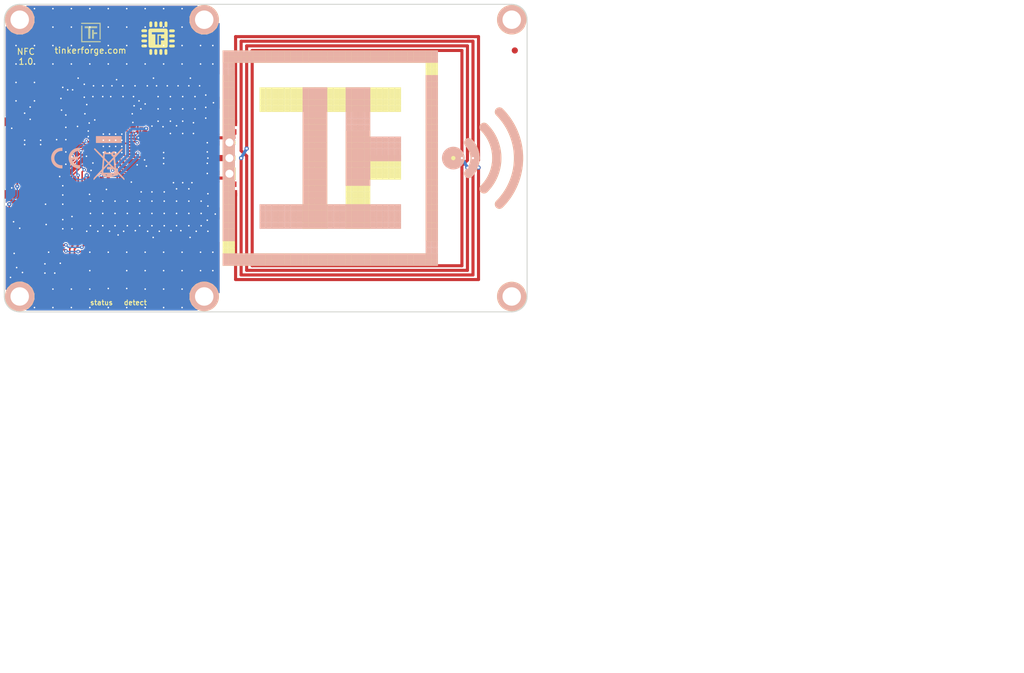
<source format=kicad_pcb>
(kicad_pcb (version 4) (host pcbnew 4.0.7-e2-6376~58~ubuntu17.04.1)
  (title_block (title "NFC Bricklet") (date 2017-09-20) (rev 1.0) (company "Tinkerforge GmbH") (comment 1 "Licensed under CERN OHL v.1.1") (comment 2 "Copyright (©) 2017, B.Nordmeyer <bastian@tinkerforge.com>"))
  (layers (0 F.Cu signal) (31 B.Cu signal) (34 B.Paste user) (35 F.Paste user) (36 B.SilkS user) (37 F.SilkS user) (38 B.Mask user) (39 F.Mask user) (44 Edge.Cuts user))
  (net 0 "")
  (net 1 "Net-(ANT1-Pad1)")
  (net 2 "Net-(ANT1-Pad2)")
  (net 3 "Net-(C1-Pad1)")
  (net 4 GND)
  (net 5 VCC)
  (net 6 "Net-(C5-Pad1)")
  (net 7 "Net-(C6-Pad1)")
  (net 8 "Net-(C12-Pad2)")
  (net 9 "Net-(C13-Pad1)")
  (net 10 "Net-(C14-Pad1)")
  (net 11 "Net-(C14-Pad2)")
  (net 12 "Net-(C15-Pad1)")
  (net 13 "Net-(C15-Pad2)")
  (net 14 "Net-(C18-Pad2)")
  (net 15 "Net-(C20-Pad2)")
  (net 16 "Net-(J1-Pad1)")
  (net 17 "Net-(J1-Pad3)")
  (net 18 "Net-(L1-Pad1)")
  (net 19 "Net-(L2-Pad1)")
  (net 20 "Net-(P1-Pad4)")
  (net 21 "Net-(P1-Pad5)")
  (net 22 "Net-(P1-Pad6)")
  (net 23 S-MISO)
  (net 24 S-MOSI)
  (net 25 S-CLK)
  (net 26 S-CS)
  (net 27 SDA)
  (net 28 SCL)
  (net 29 IRQ)
  (net 30 VEN)
  (net 31 "Net-(C16-Pad1)")
  (net 32 "Net-(C17-Pad2)")
  (net 33 "Net-(D1-Pad2)")
  (net 34 "Net-(P2-Pad2)")
  (net 35 "Net-(P3-Pad1)")
  (net 36 "Net-(D2-Pad2)")
  (net 37 "Net-(RP3-Pad1)")
  (net 38 "Net-(RP3-Pad4)")
  (module 4X0603 (layer F.Cu) (at 127.7 94.3)
    (fp_text reference RP3)
    (fp_text value 1k)
    (pad 1 smd rect (at -1.19888 -0.8509) (size 0.44958 0.89916) (layers F.Cu F.Paste F.Mask) (net 37 "Net-(RP3-Pad1)"))
    (pad 2 smd rect (at -0.39878 -0.8509) (size 0.44958 0.89916) (layers F.Cu F.Paste F.Mask))
    (pad 3 smd rect (at 0.39878 -0.8509) (size 0.44958 0.89916) (layers F.Cu F.Paste F.Mask))
    (pad 4 smd rect (at 1.19888 -0.8509) (size 0.44958 0.89916) (layers F.Cu F.Paste F.Mask) (net 38 "Net-(RP3-Pad4)"))
    (pad 5 smd rect (at 1.19888 0.8509) (size 0.44958 0.89916) (layers F.Cu F.Paste F.Mask) (net 36 "Net-(D2-Pad2)"))
    (pad 6 smd rect (at 0.39878 0.8509) (size 0.44958 0.89916) (layers F.Cu F.Paste F.Mask))
    (pad 7 smd rect (at -0.39878 0.8509) (size 0.44958 0.89916) (layers F.Cu F.Paste F.Mask))
    (pad 8 smd rect (at -1.19888 0.8509) (size 0.44958 0.89916) (layers F.Cu F.Paste F.Mask) (net 33 "Net-(D1-Pad2)"))
  )
  (module C0603F (layer F.Cu) (at 132.6 70.6 90)
    (fp_text reference C10)
    (fp_text value 100nF)
    (pad 1 smd rect (at -0.75 0 90) (size 0.9 0.9) (layers F.Cu F.Paste F.Mask) (net 5 VCC))
    (pad 2 smd rect (at 0.75 0 90) (size 0.9 0.9) (layers F.Cu F.Paste F.Mask) (net 4 GND))
  )
  (module C0402E (layer F.Cu) (at 112.1 86 270)
    (fp_text reference C1)
    (fp_text value 220pF)
    (pad 1 smd rect (at -0.65 0 270) (size 0.7 0.9) (layers F.Cu F.Paste F.Mask) (net 3 "Net-(C1-Pad1)"))
    (pad 2 smd rect (at 0.65 0 270) (size 0.7 0.9) (layers F.Cu F.Paste F.Mask) (net 4 GND))
  )
  (module kicad-libraries:C0805 (layer F.Cu) (at 115.6 69.7 180)
    (fp_text reference C2)
    (fp_text value 10uF)
    (pad 1 smd rect (at -1.00076 0 180) (size 1.00076 1.24968) (layers F.Cu F.Paste F.Mask) (net 5 VCC) (clearance 0.14986))
    (pad 2 smd rect (at 1.00076 0 180) (size 1.00076 1.24968) (layers F.Cu F.Paste F.Mask) (net 4 GND) (clearance 0.14986))
  )
  (module C0603F (layer F.Cu) (at 114.9 95.6 180)
    (fp_text reference C3)
    (fp_text value 1uF)
    (pad 1 smd rect (at -0.75 0 180) (size 0.9 0.9) (layers F.Cu F.Paste F.Mask) (net 5 VCC))
    (pad 2 smd rect (at 0.75 0 180) (size 0.9 0.9) (layers F.Cu F.Paste F.Mask) (net 4 GND))
  )
  (module C0603F (layer F.Cu) (at 114.9 94.3 180)
    (fp_text reference C4)
    (fp_text value 100nF)
    (pad 1 smd rect (at -0.75 0 180) (size 0.9 0.9) (layers F.Cu F.Paste F.Mask) (net 5 VCC))
    (pad 2 smd rect (at 0.75 0 180) (size 0.9 0.9) (layers F.Cu F.Paste F.Mask) (net 4 GND))
  )
  (module C0603F (layer F.Cu) (at 124.7 69 90)
    (fp_text reference C5)
    (fp_text value 10pF/50V)
    (pad 1 smd rect (at -0.75 0 90) (size 0.9 0.9) (layers F.Cu F.Paste F.Mask) (net 6 "Net-(C5-Pad1)"))
    (pad 2 smd rect (at 0.75 0 90) (size 0.9 0.9) (layers F.Cu F.Paste F.Mask) (net 4 GND))
  )
  (module C0603F (layer F.Cu) (at 130.3 69 270)
    (fp_text reference C6)
    (fp_text value 10pF/50V)
    (pad 1 smd rect (at -0.75 0 270) (size 0.9 0.9) (layers F.Cu F.Paste F.Mask) (net 7 "Net-(C6-Pad1)"))
    (pad 2 smd rect (at 0.75 0 270) (size 0.9 0.9) (layers F.Cu F.Paste F.Mask) (net 4 GND))
  )
  (module C0603F (layer F.Cu) (at 124.25 81.35 270)
    (fp_text reference C7)
    (fp_text value 1uF)
    (pad 1 smd rect (at -0.75 0 270) (size 0.9 0.9) (layers F.Cu F.Paste F.Mask) (net 5 VCC))
    (pad 2 smd rect (at 0.75 0 270) (size 0.9 0.9) (layers F.Cu F.Paste F.Mask) (net 4 GND))
  )
  (module C0603F (layer F.Cu) (at 121.05 67.5 90)
    (fp_text reference C8)
    (fp_text value 4.7uF)
    (pad 1 smd rect (at -0.75 0 90) (size 0.9 0.9) (layers F.Cu F.Paste F.Mask) (net 5 VCC))
    (pad 2 smd rect (at 0.75 0 90) (size 0.9 0.9) (layers F.Cu F.Paste F.Mask) (net 4 GND))
  )
  (module C0603F (layer F.Cu) (at 122.3 73.4 90)
    (fp_text reference C9)
    (fp_text value 100nF)
    (pad 1 smd rect (at -0.75 0 90) (size 0.9 0.9) (layers F.Cu F.Paste F.Mask) (net 5 VCC))
    (pad 2 smd rect (at 0.75 0 90) (size 0.9 0.9) (layers F.Cu F.Paste F.Mask) (net 4 GND))
  )
  (module C0603F (layer F.Cu) (at 126.15 81.35 90)
    (fp_text reference C12)
    (fp_text value 1uF)
    (pad 1 smd rect (at -0.75 0 90) (size 0.9 0.9) (layers F.Cu F.Paste F.Mask) (net 4 GND))
    (pad 2 smd rect (at 0.75 0 90) (size 0.9 0.9) (layers F.Cu F.Paste F.Mask) (net 8 "Net-(C12-Pad2)"))
  )
  (module C0603F (layer F.Cu) (at 129.5 80.9)
    (fp_text reference C13)
    (fp_text value 100nF)
    (pad 1 smd rect (at -0.75 0) (size 0.9 0.9) (layers F.Cu F.Paste F.Mask) (net 9 "Net-(C13-Pad1)"))
    (pad 2 smd rect (at 0.75 0) (size 0.9 0.9) (layers F.Cu F.Paste F.Mask) (net 4 GND))
  )
  (module C0603F (layer F.Cu) (at 133.9 81 180)
    (fp_text reference C14)
    (fp_text value 1nF/16V)
    (pad 1 smd rect (at -0.75 0 180) (size 0.9 0.9) (layers F.Cu F.Paste F.Mask) (net 10 "Net-(C14-Pad1)"))
    (pad 2 smd rect (at 0.75 0 180) (size 0.9 0.9) (layers F.Cu F.Paste F.Mask) (net 11 "Net-(C14-Pad2)"))
  )
  (module C0603F (layer F.Cu) (at 134 73 180)
    (fp_text reference C15)
    (fp_text value 1nF/16V)
    (pad 1 smd rect (at -0.75 0 180) (size 0.9 0.9) (layers F.Cu F.Paste F.Mask) (net 12 "Net-(C15-Pad1)"))
    (pad 2 smd rect (at 0.75 0 180) (size 0.9 0.9) (layers F.Cu F.Paste F.Mask) (net 13 "Net-(C15-Pad2)"))
  )
  (module C0603F (layer F.Cu) (at 134.8 78.6 90)
    (fp_text reference C16)
    (fp_text value 680pF)
    (pad 1 smd rect (at -0.75 0 90) (size 0.9 0.9) (layers F.Cu F.Paste F.Mask) (net 31 "Net-(C16-Pad1)"))
    (pad 2 smd rect (at 0.75 0 90) (size 0.9 0.9) (layers F.Cu F.Paste F.Mask) (net 4 GND))
  )
  (module C0603F (layer F.Cu) (at 134.8 75.4 90)
    (fp_text reference C17)
    (fp_text value 680pF)
    (pad 1 smd rect (at -0.75 0 90) (size 0.9 0.9) (layers F.Cu F.Paste F.Mask) (net 4 GND))
    (pad 2 smd rect (at 0.75 0 90) (size 0.9 0.9) (layers F.Cu F.Paste F.Mask) (net 32 "Net-(C17-Pad2)"))
  )
  (module C0603F (layer F.Cu) (at 138.6 78)
    (fp_text reference C18)
    (fp_text value 56pF)
    (pad 1 smd rect (at -0.75 0) (size 0.9 0.9) (layers F.Cu F.Paste F.Mask) (net 31 "Net-(C16-Pad1)"))
    (pad 2 smd rect (at 0.75 0) (size 0.9 0.9) (layers F.Cu F.Paste F.Mask) (net 14 "Net-(C18-Pad2)"))
  )
  (module C0603F (layer F.Cu) (at 138.6 79.4)
    (fp_text reference C19)
    (fp_text value 22pF)
    (pad 1 smd rect (at -0.75 0) (size 0.9 0.9) (layers F.Cu F.Paste F.Mask) (net 31 "Net-(C16-Pad1)"))
    (pad 2 smd rect (at 0.75 0) (size 0.9 0.9) (layers F.Cu F.Paste F.Mask) (net 14 "Net-(C18-Pad2)"))
  )
  (module C0603F (layer F.Cu) (at 138.6 74.6)
    (fp_text reference C20)
    (fp_text value 22pF)
    (pad 1 smd rect (at -0.75 0) (size 0.9 0.9) (layers F.Cu F.Paste F.Mask) (net 32 "Net-(C17-Pad2)"))
    (pad 2 smd rect (at 0.75 0) (size 0.9 0.9) (layers F.Cu F.Paste F.Mask) (net 15 "Net-(C20-Pad2)"))
  )
  (module C0603F (layer F.Cu) (at 138.6 76)
    (fp_text reference C21)
    (fp_text value 56pF)
    (pad 1 smd rect (at -0.75 0) (size 0.9 0.9) (layers F.Cu F.Paste F.Mask) (net 32 "Net-(C17-Pad2)"))
    (pad 2 smd rect (at 0.75 0) (size 0.9 0.9) (layers F.Cu F.Paste F.Mask) (net 15 "Net-(C20-Pad2)"))
  )
  (module C0603F (layer F.Cu) (at 140.9 78.6 90)
    (fp_text reference C22)
    (fp_text value 120pF)
    (pad 1 smd rect (at -0.75 0 90) (size 0.9 0.9) (layers F.Cu F.Paste F.Mask) (net 14 "Net-(C18-Pad2)"))
    (pad 2 smd rect (at 0.75 0 90) (size 0.9 0.9) (layers F.Cu F.Paste F.Mask) (net 4 GND))
  )
  (module C0603F (layer F.Cu) (at 140.9 75.4 90)
    (fp_text reference C23)
    (fp_text value 120pF)
    (pad 1 smd rect (at -0.75 0 90) (size 0.9 0.9) (layers F.Cu F.Paste F.Mask) (net 4 GND))
    (pad 2 smd rect (at 0.75 0 90) (size 0.9 0.9) (layers F.Cu F.Paste F.Mask) (net 15 "Net-(C20-Pad2)"))
  )
  (module C0603F (layer F.Cu) (at 142.3 78.6 90)
    (fp_text reference C24)
    (fp_text value 2.2pF)
    (pad 1 smd rect (at -0.75 0 90) (size 0.9 0.9) (layers F.Cu F.Paste F.Mask) (net 14 "Net-(C18-Pad2)"))
    (pad 2 smd rect (at 0.75 0 90) (size 0.9 0.9) (layers F.Cu F.Paste F.Mask) (net 4 GND))
  )
  (module C0603F (layer F.Cu) (at 142.3 75.4 90)
    (fp_text reference C25)
    (fp_text value 2.2pF)
    (pad 1 smd rect (at -0.75 0 90) (size 0.9 0.9) (layers F.Cu F.Paste F.Mask) (net 4 GND))
    (pad 2 smd rect (at 0.75 0 90) (size 0.9 0.9) (layers F.Cu F.Paste F.Mask) (net 15 "Net-(C20-Pad2)"))
  )
  (module R0603F (layer F.Cu) (at 132.1 79.4)
    (fp_text reference L1)
    (fp_text value 160nH)
    (pad 1 smd rect (at -0.75 0) (size 0.9 0.9) (layers F.Cu F.Paste F.Mask) (net 18 "Net-(L1-Pad1)"))
    (pad 2 smd rect (at 0.75 0) (size 0.9 0.9) (layers F.Cu F.Paste F.Mask) (net 31 "Net-(C16-Pad1)"))
  )
  (module R0603F (layer F.Cu) (at 133.2 75.4 90)
    (fp_text reference L2)
    (fp_text value 160nH)
    (pad 1 smd rect (at -0.75 0 90) (size 0.9 0.9) (layers F.Cu F.Paste F.Mask) (net 19 "Net-(L2-Pad1)"))
    (pad 2 smd rect (at 0.75 0 90) (size 0.9 0.9) (layers F.Cu F.Paste F.Mask) (net 32 "Net-(C17-Pad2)"))
  )
  (module kicad-libraries:CON-SENSOR2 (layer F.Cu) (at 110.4 77 270)
    (fp_text reference P1)
    (fp_text value CON-SENSOR2)
    (pad 1 smd rect (at -3.75 -4.6 270) (size 0.6 1.8) (layers F.Cu F.Paste F.Mask))
    (pad 2 smd rect (at -2.5 -4.6 270) (size 0.6 1.8) (layers F.Cu F.Paste F.Mask) (net 4 GND))
    (pad EP smd rect (at -5.9 -1.2 270) (size 1.4 2.4) (layers F.Cu F.Paste F.Mask) (net 4 GND))
    (pad EP smd rect (at 5.9 -1.2 270) (size 1.4 2.4) (layers F.Cu F.Paste F.Mask) (net 4 GND))
    (pad 3 smd rect (at -1.25 -4.6 270) (size 0.6 1.8) (layers F.Cu F.Paste F.Mask) (net 5 VCC))
    (pad 4 smd rect (at 0 -4.6 270) (size 0.6 1.8) (layers F.Cu F.Paste F.Mask) (net 20 "Net-(P1-Pad4)"))
    (pad 5 smd rect (at 1.25 -4.6 270) (size 0.6 1.8) (layers F.Cu F.Paste F.Mask) (net 21 "Net-(P1-Pad5)"))
    (pad 6 smd rect (at 2.5 -4.6 270) (size 0.6 1.8) (layers F.Cu F.Paste F.Mask) (net 22 "Net-(P1-Pad6)"))
    (pad 7 smd rect (at 3.75 -4.6 270) (size 0.6 1.8) (layers F.Cu F.Paste F.Mask) (net 3 "Net-(C1-Pad1)"))
  )
  (module R0603F (layer F.Cu) (at 136.3 80.2 270)
    (fp_text reference R1)
    (fp_text value 2.2k)
    (pad 1 smd rect (at -0.75 0 270) (size 0.9 0.9) (layers F.Cu F.Paste F.Mask) (net 31 "Net-(C16-Pad1)"))
    (pad 2 smd rect (at 0.75 0 270) (size 0.9 0.9) (layers F.Cu F.Paste F.Mask) (net 10 "Net-(C14-Pad1)"))
  )
  (module R0603F (layer F.Cu) (at 136.3 73.8 90)
    (fp_text reference R2)
    (fp_text value 2.2k)
    (pad 1 smd rect (at -0.75 0 90) (size 0.9 0.9) (layers F.Cu F.Paste F.Mask) (net 32 "Net-(C17-Pad2)"))
    (pad 2 smd rect (at 0.75 0 90) (size 0.9 0.9) (layers F.Cu F.Paste F.Mask) (net 12 "Net-(C15-Pad1)"))
  )
  (module R0603F (layer F.Cu) (at 142.3 81.5 90)
    (fp_text reference R3)
    (fp_text value 1R5)
    (pad 1 smd rect (at -0.75 0 90) (size 0.9 0.9) (layers F.Cu F.Paste F.Mask) (net 16 "Net-(J1-Pad1)"))
    (pad 2 smd rect (at 0.75 0 90) (size 0.9 0.9) (layers F.Cu F.Paste F.Mask) (net 14 "Net-(C18-Pad2)"))
  )
  (module R0603F (layer F.Cu) (at 142.3 72.5 270)
    (fp_text reference R4)
    (fp_text value 1R5)
    (pad 1 smd rect (at -0.75 0 270) (size 0.9 0.9) (layers F.Cu F.Paste F.Mask) (net 17 "Net-(J1-Pad3)"))
    (pad 2 smd rect (at 0.75 0 270) (size 0.9 0.9) (layers F.Cu F.Paste F.Mask) (net 15 "Net-(C20-Pad2)"))
  )
  (module R0603F (layer F.Cu) (at 147.7 82 90)
    (fp_text reference R5)
    (fp_text value 0)
    (pad 1 smd rect (at -0.75 0 90) (size 0.9 0.9) (layers F.Cu F.Paste F.Mask) (net 1 "Net-(ANT1-Pad1)"))
    (pad 2 smd rect (at 0.75 0 90) (size 0.9 0.9) (layers F.Cu F.Paste F.Mask) (net 16 "Net-(J1-Pad1)"))
  )
  (module R0603F (layer F.Cu) (at 147.7 72 270)
    (fp_text reference R6)
    (fp_text value 0)
    (pad 1 smd rect (at -0.75 0 270) (size 0.9 0.9) (layers F.Cu F.Paste F.Mask) (net 2 "Net-(ANT1-Pad2)"))
    (pad 2 smd rect (at 0.75 0 270) (size 0.9 0.9) (layers F.Cu F.Paste F.Mask) (net 17 "Net-(J1-Pad3)"))
  )
  (module kicad-libraries:4X0402 (layer F.Cu) (at 114 86 180)
    (fp_text reference RP1)
    (fp_text value 82)
    (pad 1 smd rect (at -0.7493 0.575) (size 0.29972 0.65) (layers F.Cu F.Paste F.Mask) (net 20 "Net-(P1-Pad4)"))
    (pad 2 smd rect (at -0.24892 0.575) (size 0.29972 0.65) (layers F.Cu F.Paste F.Mask) (net 21 "Net-(P1-Pad5)"))
    (pad 3 smd rect (at 0.24892 0.575) (size 0.29972 0.65) (layers F.Cu F.Paste F.Mask) (net 22 "Net-(P1-Pad6)"))
    (pad 4 smd rect (at 0.7493 0.575) (size 0.29972 0.65) (layers F.Cu F.Paste F.Mask) (net 3 "Net-(C1-Pad1)"))
    (pad 5 smd rect (at 0.7493 -0.575 180) (size 0.29972 0.65) (layers F.Cu F.Paste F.Mask) (net 23 S-MISO))
    (pad 6 smd rect (at 0.24892 -0.575 180) (size 0.29972 0.65) (layers F.Cu F.Paste F.Mask) (net 24 S-MOSI))
    (pad 7 smd rect (at -0.24892 -0.575 180) (size 0.29972 0.65) (layers F.Cu F.Paste F.Mask) (net 25 S-CLK))
    (pad 8 smd rect (at -0.7493 -0.575 180) (size 0.29972 0.65) (layers F.Cu F.Paste F.Mask) (net 26 S-CS))
  )
  (module 4X0603 (layer F.Cu) (at 121.9 94.2 270)
    (fp_text reference RP2)
    (fp_text value 2.7k)
    (pad 1 smd rect (at -1.19888 -0.8509 270) (size 0.44958 0.89916) (layers F.Cu F.Paste F.Mask) (net 5 VCC))
    (pad 2 smd rect (at -0.39878 -0.8509 270) (size 0.44958 0.89916) (layers F.Cu F.Paste F.Mask) (net 5 VCC))
    (pad 3 smd rect (at 0.39878 -0.8509 270) (size 0.44958 0.89916) (layers F.Cu F.Paste F.Mask) (net 5 VCC))
    (pad 4 smd rect (at 1.19888 -0.8509 270) (size 0.44958 0.89916) (layers F.Cu F.Paste F.Mask) (net 5 VCC))
    (pad 5 smd rect (at 1.19888 0.8509 270) (size 0.44958 0.89916) (layers F.Cu F.Paste F.Mask) (net 28 SCL))
    (pad 6 smd rect (at 0.39878 0.8509 270) (size 0.44958 0.89916) (layers F.Cu F.Paste F.Mask))
    (pad 7 smd rect (at -0.39878 0.8509 270) (size 0.44958 0.89916) (layers F.Cu F.Paste F.Mask))
    (pad 8 smd rect (at -1.19888 0.8509 270) (size 0.44958 0.89916) (layers F.Cu F.Paste F.Mask) (net 27 SDA))
  )
  (module kicad-libraries:QFN24-4x4mm-0.5mm (layer F.Cu) (at 114.9 90.4)
    (fp_text reference U1)
    (fp_text value XMC130024)
    (pad 1 smd oval (at -2.025 -1.25) (size 1 0.3) (layers F.Cu F.Paste F.Mask) (net 23 S-MISO))
    (pad 2 smd oval (at -2.025 -0.75) (size 1 0.3) (layers F.Cu F.Paste F.Mask))
    (pad 3 smd oval (at -2.025 -0.25) (size 1 0.3) (layers F.Cu F.Paste F.Mask))
    (pad 4 smd oval (at -2.025 0.25) (size 1 0.3) (layers F.Cu F.Paste F.Mask))
    (pad 5 smd oval (at -2.025 0.75) (size 1 0.3) (layers F.Cu F.Paste F.Mask))
    (pad 6 smd oval (at -2.025 1.25) (size 1 0.3) (layers F.Cu F.Paste F.Mask))
    (pad 7 smd oval (at -1.25 2.025 90) (size 1 0.3) (layers F.Cu F.Paste F.Mask) (net 35 "Net-(P3-Pad1)"))
    (pad 8 smd oval (at -0.75 2.025 90) (size 1 0.3) (layers F.Cu F.Paste F.Mask))
    (pad 9 smd oval (at -0.25 2.025 90) (size 1 0.3) (layers F.Cu F.Paste F.Mask) (net 4 GND))
    (pad 10 smd oval (at 0.25 2.025 90) (size 1 0.3) (layers F.Cu F.Paste F.Mask) (net 5 VCC))
    (pad 11 smd oval (at 0.75 2.025 90) (size 1 0.3) (layers F.Cu F.Paste F.Mask) (net 28 SCL))
    (pad 12 smd oval (at 1.25 2.025 90) (size 1 0.3) (layers F.Cu F.Paste F.Mask) (net 27 SDA))
    (pad 13 smd oval (at 2.025 1.25) (size 1 0.3) (layers F.Cu F.Paste F.Mask) (net 37 "Net-(RP3-Pad1)"))
    (pad 14 smd oval (at 2.025 0.75) (size 1 0.3) (layers F.Cu F.Paste F.Mask) (net 38 "Net-(RP3-Pad4)"))
    (pad 15 smd oval (at 2.025 0.25) (size 1 0.3) (layers F.Cu F.Paste F.Mask))
    (pad 16 smd oval (at 2.025 -0.25) (size 1 0.3) (layers F.Cu F.Paste F.Mask))
    (pad 17 smd oval (at 2.025 -0.75) (size 1 0.3) (layers F.Cu F.Paste F.Mask))
    (pad 18 smd oval (at 2.025 -1.25) (size 1 0.3) (layers F.Cu F.Paste F.Mask))
    (pad 19 smd oval (at 1.25 -2.025 90) (size 1 0.3) (layers F.Cu F.Paste F.Mask) (net 30 VEN))
    (pad 20 smd oval (at 0.75 -2.025 90) (size 1 0.3) (layers F.Cu F.Paste F.Mask) (net 29 IRQ))
    (pad 21 smd oval (at 0.25 -2.025 90) (size 1 0.3) (layers F.Cu F.Paste F.Mask) (net 34 "Net-(P2-Pad2)"))
    (pad 22 smd oval (at -0.25 -2.025 90) (size 1 0.3) (layers F.Cu F.Paste F.Mask) (net 26 S-CS))
    (pad 23 smd oval (at -0.75 -2.025 90) (size 1 0.3) (layers F.Cu F.Paste F.Mask) (net 25 S-CLK))
    (pad 24 smd oval (at -1.25 -2.025 90) (size 1 0.3) (layers F.Cu F.Paste F.Mask) (net 24 S-MOSI))
    (pad EXP smd rect (at 0.65 0.65) (size 1.3 1.3) (layers F.Cu F.Paste F.Mask) (net 4 GND))
    (pad EXP smd rect (at 0.65 -0.65) (size 1.3 1.3) (layers F.Cu F.Paste F.Mask) (net 4 GND))
    (pad EXP smd rect (at -0.65 0.65) (size 1.3 1.3) (layers F.Cu F.Paste F.Mask) (net 4 GND))
    (pad EXP smd rect (at -0.65 -0.65) (size 1.3 1.3) (layers F.Cu F.Paste F.Mask) (net 4 GND))
  )
  (module kicad-libraries:CRYSTAL_3225 (layer F.Cu) (at 127.5 69)
    (fp_text reference X1)
    (fp_text value 27.12MHZ)
    (pad 3 smd rect (at -1.09982 -0.8001) (size 1.39954 1.15062) (layers F.Cu F.Paste F.Mask) (net 4 GND))
    (pad 2 smd rect (at 1.09982 -0.8001) (size 1.39954 1.15062) (layers F.Cu F.Paste F.Mask) (net 7 "Net-(C6-Pad1)"))
    (pad 1 smd rect (at -1.09982 0.8001) (size 1.39954 1.15062) (layers F.Cu F.Paste F.Mask) (net 6 "Net-(C5-Pad1)"))
    (pad 3 smd rect (at 1.09982 0.8001) (size 1.39954 1.15062) (layers F.Cu F.Paste F.Mask) (net 4 GND))
  )
  (module NFC_ANTENNA_40_40 (layer F.Cu) (at 148 77)
    (fp_text reference ANT1)
    (fp_text value PCB_ANTENNA)
    (fp_line (start 0.9 -1.2) (end 1.8 -0.35) (layer F.Cu) (width 0.5))
    (fp_line (start 38.6 1.2) (end 39.5 0.35) (layer F.Cu) (width 0.5))
    (fp_line (start 36.8 1.2) (end 37.7 0.35) (layer F.Cu) (width 0.5))
    (fp_line (start 0.9 0) (end 1.8 -1.55) (layer B.Cu) (width 0.5))
    (fp_line (start 39.5 1.55) (end 38.6 0) (layer B.Cu) (width 0.5))
    (fp_line (start 37.7 1.55) (end 36.8 0) (layer B.Cu) (width 0.5))
    (fp_line (start 0.9 -1.2) (end 0.9 -19) (layer F.Cu) (width 0.5))
    (fp_line (start 1.8 18.25) (end 1.8 -0.35) (layer F.Cu) (width 0.5))
    (fp_line (start 1.8 -18.25) (end 1.8 -1.55) (layer F.Cu) (width 0.5))
    (fp_line (start 2.7 17.5) (end 2.7 -17.5) (layer F.Cu) (width 0.5))
    (fp_line (start 0.9 19) (end 0.9 0) (layer F.Cu) (width 0.5))
    (fp_line (start 36.8 -17.5) (end 36.8 0) (layer F.Cu) (width 0.5))
    (fp_line (start 37.7 -18.25) (end 37.7 0.35) (layer F.Cu) (width 0.5))
    (fp_line (start 38.6 -19) (end 38.6 0) (layer F.Cu) (width 0.5))
    (fp_line (start 2.7 -17.5) (end 36.8 -17.5) (layer F.Cu) (width 0.5))
    (fp_line (start 1.8 -18.25) (end 37.7 -18.25) (layer F.Cu) (width 0.5))
    (fp_line (start 38.6 -19) (end 0.9 -19) (layer F.Cu) (width 0.5))
    (fp_line (start 2.7 17.5) (end 36.8 17.5) (layer F.Cu) (width 0.5))
    (fp_line (start 1.8 18.25) (end 37.7 18.25) (layer F.Cu) (width 0.5))
    (fp_line (start 36.8 17.5) (end 36.8 1.2) (layer F.Cu) (width 0.5))
    (fp_line (start 37.7 18.25) (end 37.7 1.55) (layer F.Cu) (width 0.5))
    (fp_line (start 38.6 19) (end 0.9 19) (layer F.Cu) (width 0.5))
    (fp_line (start 38.6 19) (end 38.6 1.2) (layer F.Cu) (width 0.5))
    (fp_line (start 39.5 19.75) (end 39.5 1.55) (layer F.Cu) (width 0.5))
    (fp_line (start 39.5 -19.75) (end 39.5 0.35) (layer F.Cu) (width 0.5))
    (fp_line (start 0 19.75) (end 39.5 19.75) (layer F.Cu) (width 0.5))
    (fp_line (start 0 -19.75) (end 39.5 -19.75) (layer F.Cu) (width 0.5))
    (fp_line (start 0 -5.7) (end 0 -19.75) (layer F.Cu) (width 0.5))
    (fp_line (start 0 5.7) (end 0 19.75) (layer F.Cu) (width 0.5))
    (pad 1 smd rect (at -0.25 5.7) (size 1 1) (layers F.Cu F.Paste F.Mask) (net 1 "Net-(ANT1-Pad1)"))
    (pad 2 smd rect (at -0.25 -5.7) (size 1 1) (layers F.Cu F.Paste F.Mask) (net 2 "Net-(ANT1-Pad2)"))
    (pad "" thru_hole circle (at 39.5 1.55) (size 0.7 0.7) (drill 0.35) (layers *.Cu *.Mask))
    (pad "" thru_hole circle (at 38.6 0) (size 0.7 0.7) (drill 0.35) (layers *.Cu *.Mask))
    (pad "" thru_hole circle (at 36.8 0) (size 0.7 0.7) (drill 0.35) (layers *.Cu *.Mask))
    (pad "" thru_hole circle (at 37.7 1.55) (size 0.7 0.7) (drill 0.35) (layers *.Cu *.Mask))
    (pad "" thru_hole circle (at 0.9 0) (size 0.7 0.7) (drill 0.35) (layers *.Cu *.Mask))
    (pad "" thru_hole circle (at 1.8 -1.55) (size 0.7 0.7) (drill 0.35) (layers *.Cu *.Mask))
  )
  (module kicad-libraries:HVQFN40-6x6 (layer F.Cu) (at 128 74.6 270)
    (fp_text reference U2)
    (fp_text value PN7150)
    (pad 1 smd rect (at -2.2479 3.048 90) (size 0.28956 0.89916) (layers F.Cu F.Paste F.Mask) (net 4 GND))
    (pad 2 smd rect (at -1.74752 3.048 90) (size 0.28956 0.89916) (layers F.Cu F.Paste F.Mask) (net 4 GND))
    (pad 3 smd rect (at -1.24968 3.048 90) (size 0.28956 0.89916) (layers F.Cu F.Paste F.Mask) (net 4 GND))
    (pad 4 smd rect (at -0.7493 3.048 90) (size 0.28956 0.89916) (layers F.Cu F.Paste F.Mask) (net 4 GND))
    (pad 5 smd rect (at -0.24892 3.048 90) (size 0.28956 0.89916) (layers F.Cu F.Paste F.Mask) (net 27 SDA))
    (pad 6 smd rect (at 0.24892 3.048 90) (size 0.28956 0.89916) (layers F.Cu F.Paste F.Mask) (net 5 VCC))
    (pad 7 smd rect (at 0.7493 3.048 90) (size 0.28956 0.89916) (layers F.Cu F.Paste F.Mask) (net 28 SCL))
    (pad 8 smd rect (at 1.24968 3.048 90) (size 0.28956 0.89916) (layers F.Cu F.Paste F.Mask) (net 29 IRQ))
    (pad 9 smd rect (at 1.74752 3.048 90) (size 0.28956 0.89916) (layers F.Cu F.Paste F.Mask) (net 4 GND))
    (pad 10 smd rect (at 2.2479 3.048 90) (size 0.28956 0.89916) (layers F.Cu F.Paste F.Mask) (net 30 VEN))
    (pad 11 smd rect (at 3.048 2.2479 180) (size 0.28956 0.89916) (layers F.Cu F.Paste F.Mask))
    (pad 12 smd rect (at 3.048 1.74752 180) (size 0.28956 0.89916) (layers F.Cu F.Paste F.Mask) (net 5 VCC))
    (pad 13 smd rect (at 3.048 1.24968 180) (size 0.28956 0.89916) (layers F.Cu F.Paste F.Mask) (net 5 VCC))
    (pad 14 smd rect (at 3.048 0.7493 180) (size 0.28956 0.89916) (layers F.Cu F.Paste F.Mask) (net 8 "Net-(C12-Pad2)"))
    (pad 15 smd rect (at 3.048 0.24892 180) (size 0.28956 0.89916) (layers F.Cu F.Paste F.Mask) (net 11 "Net-(C14-Pad2)"))
    (pad 16 smd rect (at 3.048 -0.24892 180) (size 0.28956 0.89916) (layers F.Cu F.Paste F.Mask) (net 13 "Net-(C15-Pad2)"))
    (pad 17 smd rect (at 3.048 -0.7493 180) (size 0.28956 0.89916) (layers F.Cu F.Paste F.Mask) (net 9 "Net-(C13-Pad1)"))
    (pad 18 smd rect (at 3.048 -1.24968 180) (size 0.28956 0.89916) (layers F.Cu F.Paste F.Mask) (net 18 "Net-(L1-Pad1)"))
    (pad 19 smd rect (at 3.048 -1.74752 180) (size 0.28956 0.89916) (layers F.Cu F.Paste F.Mask) (net 4 GND))
    (pad 20 smd rect (at 3.048 -2.2479 180) (size 0.28956 0.89916) (layers F.Cu F.Paste F.Mask))
    (pad 21 smd rect (at 2.2479 -3.048 270) (size 0.28956 0.89916) (layers F.Cu F.Paste F.Mask) (net 19 "Net-(L2-Pad1)"))
    (pad 22 smd rect (at 1.74752 -3.048 270) (size 0.28956 0.89916) (layers F.Cu F.Paste F.Mask) (net 8 "Net-(C12-Pad2)"))
    (pad 23 smd rect (at 1.24968 -3.048 270) (size 0.28956 0.89916) (layers F.Cu F.Paste F.Mask))
    (pad 24 smd rect (at 0.7493 -3.048 270) (size 0.28956 0.89916) (layers F.Cu F.Paste F.Mask))
    (pad 25 smd rect (at 0.24892 -3.048 270) (size 0.28956 0.89916) (layers F.Cu F.Paste F.Mask))
    (pad 26 smd rect (at -0.24892 -3.048 270) (size 0.28956 0.89916) (layers F.Cu F.Paste F.Mask) (net 5 VCC))
    (pad 27 smd rect (at -0.7493 -3.048 270) (size 0.28956 0.89916) (layers F.Cu F.Paste F.Mask) (net 4 GND))
    (pad 28 smd rect (at -1.24968 -3.048 270) (size 0.28956 0.89916) (layers F.Cu F.Paste F.Mask) (net 5 VCC))
    (pad 29 smd rect (at -1.74752 -3.048 270) (size 0.28956 0.89916) (layers F.Cu F.Paste F.Mask) (net 5 VCC))
    (pad 30 smd rect (at -2.2479 -3.048 270) (size 0.28956 0.89916) (layers F.Cu F.Paste F.Mask) (net 5 VCC))
    (pad 31 smd rect (at -3.048 -2.2479) (size 0.28956 0.89916) (layers F.Cu F.Paste F.Mask))
    (pad 32 smd rect (at -3.048 -1.74752) (size 0.28956 0.89916) (layers F.Cu F.Paste F.Mask))
    (pad 33 smd rect (at -3.048 -1.24968) (size 0.28956 0.89916) (layers F.Cu F.Paste F.Mask))
    (pad 34 smd rect (at -3.048 -0.7493) (size 0.28956 0.89916) (layers F.Cu F.Paste F.Mask))
    (pad 35 smd rect (at -3.048 -0.24892) (size 0.28956 0.89916) (layers F.Cu F.Paste F.Mask))
    (pad 36 smd rect (at -3.048 0.24892) (size 0.28956 0.89916) (layers F.Cu F.Paste F.Mask) (net 7 "Net-(C6-Pad1)"))
    (pad 37 smd rect (at -3.048 0.7493) (size 0.28956 0.89916) (layers F.Cu F.Paste F.Mask) (net 6 "Net-(C5-Pad1)"))
    (pad 38 smd rect (at -3.048 1.24968) (size 0.28956 0.89916) (layers F.Cu F.Paste F.Mask))
    (pad 39 smd rect (at -3.048 1.74752) (size 0.28956 0.89916) (layers F.Cu F.Paste F.Mask))
    (pad 40 smd rect (at -3.048 2.2479) (size 0.28956 0.89916) (layers F.Cu F.Paste F.Mask))
    (pad EXP smd rect (at 0 0 270) (size 4.09956 4.09956) (layers F.Cu F.Paste F.Mask) (net 4 GND))
  )
  (module kicad-libraries:PIN_ARRAY_3X1 (layer F.Cu) (at 147 77 90)
    (fp_text reference J1)
    (fp_text value CONN_01X03 hide)
    (pad 1 thru_hole rect (at -2.54 0 90) (size 2 2) (drill 1.3) (layers *.Cu *.Mask F.SilkS) (net 16 "Net-(J1-Pad1)"))
    (pad 2 thru_hole circle (at 0 0 90) (size 2 2) (drill 1.3) (layers *.Cu *.Mask F.SilkS) (net 4 GND))
    (pad 3 thru_hole circle (at 2.54 0 90) (size 2 2) (drill 1.3) (layers *.Cu *.Mask F.SilkS) (net 17 "Net-(J1-Pad3)"))
  )
  (module DRILL_NP (layer F.Cu) (at 192.9 99.5)
    (fp_text reference U3 hide)
    (fp_text value DRILL hide)
    (pad "" np_thru_hole circle (at 0 0) (size 2.99974 2.99974) (drill 2.99974) (layers *.Cu *.Mask F.SilkS) (clearance 0.89916))
  )
  (module DRILL_NP (layer F.Cu) (at 192.9 54.5)
    (fp_text reference U4 hide)
    (fp_text value DRILL hide)
    (pad "" np_thru_hole circle (at 0 0) (size 2.99974 2.99974) (drill 2.99974) (layers *.Cu *.Mask F.SilkS) (clearance 0.89916))
  )
  (module DRILL_NP (layer F.Cu) (at 142.9 99.5)
    (fp_text reference U5 hide)
    (fp_text value DRILL hide)
    (pad "" np_thru_hole circle (at 0 0) (size 2.99974 2.99974) (drill 2.99974) (layers *.Cu *.Mask F.SilkS) (clearance 0.89916))
  )
  (module DRILL_NP (layer F.Cu) (at 142.9 54.5)
    (fp_text reference U6 hide)
    (fp_text value DRILL hide)
    (pad "" np_thru_hole circle (at 0 0) (size 2.99974 2.99974) (drill 2.99974) (layers *.Cu *.Mask F.SilkS) (clearance 0.89916))
  )
  (module DRILL_NP (layer F.Cu) (at 112.9 99.5)
    (fp_text reference U7 hide)
    (fp_text value DRILL hide)
    (pad "" np_thru_hole circle (at 0 0) (size 2.99974 2.99974) (drill 2.99974) (layers *.Cu *.Mask F.SilkS) (clearance 0.89916))
  )
  (module DRILL_NP (layer F.Cu) (at 112.9 54.5)
    (fp_text reference U8 hide)
    (fp_text value DRILL hide)
    (pad "" np_thru_hole circle (at 0 0) (size 2.99974 2.99974) (drill 2.99974) (layers *.Cu *.Mask F.SilkS) (clearance 0.89916))
  )
  (module kicad-libraries:TF_ICON_35 (layer F.Cu) (at 145.9 59.5)
    (fp_text reference TF_ICON_35 hide)
    (fp_text value "" (at 0 0) (layer F.SilkS))
  )
  (module kicad-libraries:TF_ICON_35_FLIP (layer F.Cu) (at 180.9 94.5 180)
    (fp_text reference TF_ICON_35_FLIP hide)
    (fp_text value Val** hide)
  )
  (module kicad-libraries:Logo_CoMCU (layer F.Cu) (at 135.4 57.5)
    (fp_text reference G*** hide)
    (fp_text value LOGO hide)
  )
  (module kicad-libraries:Logo_31x31 (layer F.Cu) (at 122.9 55)
    (fp_text reference G*** hide)
    (fp_text value Logo_31x31 hide)
  )
  (module kicad-libraries:WEEE_7mm (layer B.Cu) (at 127.4 77)
    (fp_text reference VAL hide)
    (fp_text value WEEE_7mm hide)
  )
  (module kicad-libraries:CE_5mm (layer B.Cu) (at 120.4 77)
    (fp_text reference VAL hide)
    (fp_text value CE_5mm hide)
  )
  (module kicad-libraries:SHIELD-261_261 (layer F.Cu) (at 131.6 77)
    (fp_text reference SHD1)
    (fp_text value Shield)
    (pad 1 smd rect (at 13 -11.8) (size 1 3.4) (layers F.Cu F.Paste F.Mask) (net 4 GND))
    (pad 1 smd rect (at -13 -11.8) (size 1 3.4) (layers F.Cu F.Paste F.Mask) (net 4 GND))
    (pad 1 smd rect (at -13 11.8) (size 1 3.4) (layers F.Cu F.Paste F.Mask) (net 4 GND))
    (pad 1 smd rect (at 13 11.8) (size 1 3.4) (layers F.Cu F.Paste F.Mask) (net 4 GND))
    (pad 1 smd rect (at 11.8 13) (size 3.4 1) (layers F.Cu F.Paste F.Mask) (net 4 GND))
    (pad 1 smd rect (at -11.8 13) (size 3.4 1) (layers F.Cu F.Paste F.Mask) (net 4 GND))
    (pad 1 smd rect (at -11.8 -13) (size 3.4 1) (layers F.Cu F.Paste F.Mask) (net 4 GND))
    (pad 1 smd rect (at 6 13) (size 3.8 1) (layers F.Cu F.Paste F.Mask) (net 4 GND))
    (pad 1 smd rect (at -6 13) (size 3.8 1) (layers F.Cu F.Paste F.Mask) (net 4 GND))
    (pad 1 smd rect (at -6 -13) (size 3.8 1) (layers F.Cu F.Paste F.Mask) (net 4 GND))
    (pad 1 smd rect (at 6 -13) (size 3.8 1) (layers F.Cu F.Paste F.Mask) (net 4 GND))
    (pad 1 smd rect (at 0 -13) (size 3.8 1) (layers F.Cu F.Paste F.Mask) (net 4 GND))
    (pad 1 smd rect (at 0 13) (size 3.8 1) (layers F.Cu F.Paste F.Mask) (net 4 GND))
    (pad 1 smd rect (at 13 6) (size 1 3.8) (layers F.Cu F.Paste F.Mask) (net 4 GND))
    (pad 1 smd rect (at -13 6) (size 1 3.8) (layers F.Cu F.Paste F.Mask) (net 4 GND))
    (pad 1 smd rect (at -13 -6) (size 1 3.8) (layers F.Cu F.Paste F.Mask) (net 4 GND))
    (pad 1 smd rect (at -13 0) (size 1 3.8) (layers F.Cu F.Paste F.Mask) (net 4 GND))
    (pad 1 smd rect (at 13 0) (size 1 3.8) (layers F.Cu F.Paste F.Mask) (net 4 GND))
    (pad 1 smd rect (at 13 -6) (size 1 3.8) (layers F.Cu F.Paste F.Mask) (net 4 GND))
    (pad 1 smd rect (at 11.8 -13) (size 3.4 1) (layers F.Cu F.Paste F.Mask) (net 4 GND))
  )
  (module D0603E (layer F.Cu) (at 126.2 99.3)
    (fp_text reference D1)
    (fp_text value blue)
    (pad 1 smd rect (at -0.8501 0) (size 1.1 1) (layers F.Cu F.Paste F.Mask) (net 5 VCC))
    (pad 2 smd rect (at 0.8501 0) (size 1.1 1) (layers F.Cu F.Paste F.Mask) (net 33 "Net-(D1-Pad2)"))
  )
  (module kicad-libraries:SolderJumper (layer F.Cu) (at 116.1 85.3 270)
    (fp_text reference P2)
    (fp_text value BOOT)
    (pad 2 smd rect (at 0.55 0 270) (size 0.3 1.4) (layers F.Cu F.Mask) (net 34 "Net-(P2-Pad2)"))
    (pad 2 smd rect (at 0.15 0 270) (size 0.6 0.5) (layers F.Cu F.Mask) (net 34 "Net-(P2-Pad2)"))
    (pad 1 smd rect (at -0.5 0 270) (size 0.4 1.4) (layers F.Cu F.Mask) (net 4 GND))
    (pad 1 smd rect (at -0.225 0.55 270) (size 0.95 0.3) (layers F.Cu F.Mask) (net 4 GND))
    (pad 1 smd rect (at -0.225 -0.55 270) (size 0.95 0.3) (layers F.Cu F.Mask) (net 4 GND))
  )
  (module kicad-libraries:DEBUG_PAD (layer F.Cu) (at 112.8 93.6)
    (fp_text reference P3)
    (fp_text value DEBUG)
    (pad 1 smd circle (at 0 0) (size 0.7 0.7) (layers F.Cu F.Paste F.Mask) (net 35 "Net-(P3-Pad1)"))
  )
  (module D0603E (layer F.Cu) (at 131.7 99.3)
    (fp_text reference D2)
    (fp_text value green)
    (pad 1 smd rect (at -0.8501 0) (size 1.1 1) (layers F.Cu F.Paste F.Mask) (net 5 VCC))
    (pad 2 smd rect (at 0.8501 0) (size 1.1 1) (layers F.Cu F.Paste F.Mask) (net 36 "Net-(D2-Pad2)"))
  )
  (module kicad-libraries:Fiducial_Mark (layer F.Cu) (at 116.4 57)
    (fp_text reference Fiducial_Mark hide)
    (fp_text value VAL** hide)
    (pad 1 smd circle (at 0 0) (size 1.00076 1.00076) (layers F.Cu F.Paste F.Mask) (clearance 0.65024))
  )
  (module kicad-libraries:Fiducial_Mark (layer F.Cu) (at 117.4 100)
    (fp_text reference Fiducial_Mark hide)
    (fp_text value VAL** hide)
    (pad 1 smd circle (at 0 0) (size 1.00076 1.00076) (layers F.Cu F.Paste F.Mask) (clearance 0.65024))
  )
  (module kicad-libraries:Fiducial_Mark (layer F.Cu) (at 193.4 59.5)
    (fp_text reference Fiducial_Mark hide)
    (fp_text value VAL** hide)
    (pad 1 smd circle (at 0 0) (size 1.00076 1.00076) (layers F.Cu F.Paste F.Mask) (clearance 0.65024))
  )
  (gr_text detect (at 131.7 100.5) (layer F.SilkS) (effects (font (size 0.8 0.8))))
  (gr_text status (at 126.2 100.5) (layer F.SilkS) (effects (font (size 0.8 0.8))))
  (gr_text tinkerforge.com (at 124.4 59.5) (layer F.SilkS) (effects (font (size 1 1))))
  (gr_text "NFC\n1.0" (at 113.9 60.5) (layer F.SilkS) (effects (font (size 1 1))))
  (gr_line (start 195.4 99.5) (end 195.4 54.5) (angle 90) (layer Edge.Cuts) (width 0.15))
  (gr_line (start 112.9 102) (end 192.9 102) (angle 90) (layer Edge.Cuts) (width 0.15))
  (gr_line (start 110.4 54.5) (end 110.4 99.5) (angle 90) (layer Edge.Cuts) (width 0.15))
  (gr_line (start 192.9 52) (end 112.9 52) (angle 90) (layer Edge.Cuts) (width 0.15))
  (gr_arc (start 192.9 54.5) (end 192.9 52) (angle 90) (layer Edge.Cuts) (width 0.15))
  (gr_arc (start 192.9 99.5) (end 195.4 99.5) (angle 90) (layer Edge.Cuts) (width 0.15))
  (gr_arc (start 112.9 99.5) (end 112.9 102) (angle 90) (layer Edge.Cuts) (width 0.15))
  (gr_arc (start 112.9 54.5) (end 110.4 54.5) (angle 90) (layer Edge.Cuts) (width 0.15))
  (segment (start 115 80.75) (end 113.95 80.75) (width 0.25) (layer F.Cu) (net 3))
  (segment (start 113.2507 81.4493) (end 113.2507 85.425) (width 0.25) (layer F.Cu) (net 3))
  (segment (start 113.95 80.75) (end 113.2507 81.4493) (width 0.25) (layer F.Cu) (net 3))
  (segment (start 112.1 85.35) (end 113.15 85.35) (width 0.25) (layer F.Cu) (net 3))
  (segment (start 113.15 85.35) (end 113.25 85.45) (width 0.25) (layer F.Cu) (net 3))
  (segment (start 113.25 85.45) (end 113.2507 85.425) (width 0.25) (layer F.Cu) (net 3))
  (segment (start 113.25 85.4) (end 113.2507 85.425) (width 0.25) (layer F.Cu) (net 3))
  (segment (start 133.3 95.3) (end 130.3 95.3) (width 0.25) (layer B.Cu) (net 4))
  (via (at 130.3 95.3) (size 0.6) (drill 0.25) (layers F.Cu B.Cu) (net 4))
  (segment (start 115.55 85.075) (end 115.55 84.85) (width 0.25) (layer F.Cu) (net 4))
  (segment (start 115.55 84.85) (end 115.6 84.8) (width 0.25) (layer F.Cu) (net 4))
  (segment (start 115.6 84.8) (end 116.1 84.8) (width 0.25) (layer F.Cu) (net 4))
  (segment (start 116.65 85.075) (end 116.65 84.85) (width 0.25) (layer F.Cu) (net 4))
  (segment (start 116.65 84.85) (end 116.6 84.8) (width 0.25) (layer F.Cu) (net 4))
  (segment (start 116.6 84.8) (end 116.1 84.8) (width 0.25) (layer F.Cu) (net 4))
  (segment (start 117.1 84.5) (end 116.4 84.5) (width 0.25) (layer F.Cu) (net 4))
  (segment (start 116.4 84.5) (end 116.1 84.8) (width 0.25) (layer F.Cu) (net 4))
  (segment (start 124.3 98.3) (end 124.3 95.3) (width 0.25) (layer B.Cu) (net 4))
  (via (at 124.3 98.3) (size 0.7) (drill 0.25) (layers F.Cu B.Cu) (net 4))
  (via (at 124.3 95.3) (size 0.7) (drill 0.25) (layers F.Cu B.Cu) (net 4))
  (segment (start 124.3 95.3) (end 124.3 92.3) (width 0.25) (layer B.Cu) (net 4))
  (segment (start 144.3 92.3) (end 144.3 95.3) (width 0.25) (layer B.Cu) (net 4))
  (via (at 144.3 92.3) (size 0.7) (drill 0.25) (layers F.Cu B.Cu) (net 4))
  (segment (start 142.3 92.3) (end 144.3 92.3) (width 0.25) (layer F.Cu) (net 4))
  (via (at 142.3 92.3) (size 0.7) (drill 0.25) (layers F.Cu B.Cu) (net 4))
  (segment (start 142.3 95.3) (end 142.3 92.3) (width 0.25) (layer B.Cu) (net 4))
  (via (at 142.3 95.3) (size 0.7) (drill 0.25) (layers F.Cu B.Cu) (net 4))
  (segment (start 139.3 95.3) (end 142.3 95.3) (width 0.25) (layer F.Cu) (net 4))
  (via (at 139.3 95.3) (size 0.7) (drill 0.25) (layers F.Cu B.Cu) (net 4))
  (segment (start 139.3 92.3) (end 139.3 95.3) (width 0.25) (layer B.Cu) (net 4))
  (via (at 139.3 92.3) (size 0.7) (drill 0.25) (layers F.Cu B.Cu) (net 4))
  (segment (start 136.3 92.3) (end 139.3 92.3) (width 0.25) (layer F.Cu) (net 4))
  (via (at 136.3 92.3) (size 0.7) (drill 0.25) (layers F.Cu B.Cu) (net 4))
  (segment (start 136.3 95.3) (end 136.3 92.3) (width 0.25) (layer B.Cu) (net 4))
  (via (at 136.3 95.3) (size 0.7) (drill 0.25) (layers F.Cu B.Cu) (net 4))
  (segment (start 133.3 95.3) (end 136.3 95.3) (width 0.25) (layer F.Cu) (net 4))
  (via (at 133.3 95.3) (size 0.7) (drill 0.25) (layers F.Cu B.Cu) (net 4))
  (segment (start 133.3 92.3) (end 133.3 95.3) (width 0.25) (layer B.Cu) (net 4))
  (via (at 133.3 92.3) (size 0.7) (drill 0.25) (layers F.Cu B.Cu) (net 4))
  (segment (start 130.3 92.3) (end 133.3 92.3) (width 0.25) (layer F.Cu) (net 4))
  (via (at 130.3 92.3) (size 0.7) (drill 0.25) (layers F.Cu B.Cu) (net 4))
  (via (at 144.3 95.3) (size 0.7) (drill 0.25) (layers F.Cu B.Cu) (net 4))
  (segment (start 127.3 92.3) (end 124.3 92.3) (width 0.25) (layer B.Cu) (net 4))
  (segment (start 130.3 92.3) (end 127.3 92.3) (width 0.25) (layer B.Cu) (net 4))
  (via (at 124.3 92.3) (size 0.6) (drill 0.25) (layers F.Cu B.Cu) (net 4))
  (via (at 127.3 92.3) (size 0.6) (drill 0.25) (layers F.Cu B.Cu) (net 4))
  (segment (start 124.3 98.3) (end 127.3 98.2) (width 0.25) (layer B.Cu) (net 4))
  (via (at 133.3 98.3) (size 0.7) (drill 0.25) (layers F.Cu B.Cu) (net 4))
  (via (at 130.3 98.2) (size 0.7) (drill 0.25) (layers F.Cu B.Cu) (net 4))
  (via (at 139.3 101.3) (size 0.7) (drill 0.25) (layers F.Cu B.Cu) (net 4))
  (segment (start 133.3 98.3) (end 133.3 101.3) (width 0.25) (layer B.Cu) (net 4))
  (via (at 133.3 101.3) (size 0.7) (drill 0.25) (layers F.Cu B.Cu) (net 4))
  (segment (start 133.3 101.3) (end 136.3 101.3) (width 0.25) (layer F.Cu) (net 4))
  (via (at 136.3 101.3) (size 0.7) (drill 0.25) (layers F.Cu B.Cu) (net 4))
  (segment (start 136.3 101.3) (end 136.3 98.3) (width 0.25) (layer B.Cu) (net 4))
  (via (at 136.3 98.3) (size 0.7) (drill 0.25) (layers F.Cu B.Cu) (net 4))
  (segment (start 136.3 98.3) (end 139.3 98.3) (width 0.25) (layer F.Cu) (net 4))
  (via (at 139.3 98.3) (size 0.7) (drill 0.25) (layers F.Cu B.Cu) (net 4))
  (segment (start 139.3 98.3) (end 139.3 101.3) (width 0.25) (layer B.Cu) (net 4))
  (segment (start 130.3 101.3) (end 130.3 98.2) (width 0.25) (layer B.Cu) (net 4))
  (via (at 130.3 101.3) (size 0.7) (drill 0.25) (layers F.Cu B.Cu) (net 4))
  (segment (start 127.3 101.3) (end 130.3 101.3) (width 0.25) (layer F.Cu) (net 4))
  (via (at 127.3 101.3) (size 0.7) (drill 0.25) (layers F.Cu B.Cu) (net 4))
  (segment (start 127.3 98.2) (end 127.3 101.3) (width 0.25) (layer B.Cu) (net 4))
  (via (at 127.3 98.2) (size 0.7) (drill 0.25) (layers F.Cu B.Cu) (net 4))
  (segment (start 130.3 98.2) (end 133.3 98.3) (width 0.25) (layer B.Cu) (net 4))
  (segment (start 117 94.2) (end 117 92.9) (width 0.25) (layer B.Cu) (net 4))
  (via (at 117.6 92.3) (size 0.6) (drill 0.25) (layers F.Cu B.Cu) (net 4))
  (segment (start 117 92.9) (end 117.6 92.3) (width 0.25) (layer B.Cu) (net 4))
  (segment (start 118.6 95.7) (end 118.6 95) (width 0.25) (layer B.Cu) (net 4))
  (via (at 117 95.7) (size 0.7) (drill 0.25) (layers F.Cu B.Cu) (net 4))
  (segment (start 117 95.7) (end 117 94.2) (width 0.25) (layer F.Cu) (net 4))
  (via (at 117 94.2) (size 0.7) (drill 0.25) (layers F.Cu B.Cu) (net 4))
  (segment (start 117 94.2) (end 117.1 94.2) (width 0.25) (layer B.Cu) (net 4))
  (segment (start 117.1 94.2) (end 118.6 95.7) (width 0.25) (layer B.Cu) (net 4))
  (via (at 118.6 95.7) (size 0.7) (drill 0.25) (layers F.Cu B.Cu) (net 4))
  (via (at 119.5 94.1) (size 0.6) (drill 0.25) (layers F.Cu B.Cu) (net 4))
  (segment (start 118.6 95) (end 119.5 94.1) (width 0.25) (layer B.Cu) (net 4))
  (segment (start 112 92.5) (end 112 94.4) (width 0.25) (layer B.Cu) (net 4))
  (segment (start 112 94.4) (end 112.4 94.8) (width 0.25) (layer B.Cu) (net 4))
  (segment (start 113.35 95.6) (end 112.55 94.8) (width 0.25) (layer F.Cu) (net 4))
  (via (at 112 92.5) (size 0.7) (drill 0.25) (layers F.Cu B.Cu) (net 4))
  (via (at 112.4 94.8) (size 0.7) (drill 0.25) (layers F.Cu B.Cu) (net 4))
  (segment (start 112.55 94.8) (end 112.4 94.8) (width 0.25) (layer F.Cu) (net 4))
  (segment (start 142.3 61.7) (end 144.3 61.7) (width 0.25) (layer B.Cu) (net 4))
  (segment (start 118.3 61.7) (end 121.3 61.7) (width 0.25) (layer B.Cu) (net 4))
  (via (at 121.3 61.7) (size 0.7) (drill 0.25) (layers F.Cu B.Cu) (net 4))
  (segment (start 121.3 61.7) (end 124.3 61.7) (width 0.25) (layer F.Cu) (net 4))
  (via (at 124.3 61.7) (size 0.7) (drill 0.25) (layers F.Cu B.Cu) (net 4))
  (segment (start 124.3 61.7) (end 127.3 61.7) (width 0.25) (layer B.Cu) (net 4))
  (via (at 127.3 61.7) (size 0.7) (drill 0.25) (layers F.Cu B.Cu) (net 4))
  (segment (start 127.3 61.7) (end 130.3 61.7) (width 0.25) (layer F.Cu) (net 4))
  (via (at 130.3 61.7) (size 0.7) (drill 0.25) (layers F.Cu B.Cu) (net 4))
  (segment (start 130.3 61.7) (end 133.3 61.7) (width 0.25) (layer B.Cu) (net 4))
  (via (at 133.3 61.7) (size 0.7) (drill 0.25) (layers F.Cu B.Cu) (net 4))
  (segment (start 133.3 61.7) (end 136.3 61.7) (width 0.25) (layer F.Cu) (net 4))
  (via (at 136.3 61.7) (size 0.7) (drill 0.25) (layers F.Cu B.Cu) (net 4))
  (segment (start 136.3 61.7) (end 139.3 61.7) (width 0.25) (layer B.Cu) (net 4))
  (via (at 139.3 61.7) (size 0.7) (drill 0.25) (layers F.Cu B.Cu) (net 4))
  (segment (start 139.3 61.7) (end 142.3 61.7) (width 0.25) (layer F.Cu) (net 4))
  (via (at 142.3 61.7) (size 0.7) (drill 0.25) (layers F.Cu B.Cu) (net 4))
  (via (at 144.3 58.7) (size 0.7) (drill 0.25) (layers F.Cu B.Cu) (net 4))
  (segment (start 144.3 61.7) (end 144.3 58.7) (width 0.25) (layer F.Cu) (net 4))
  (via (at 144.3 61.7) (size 0.7) (drill 0.25) (layers F.Cu B.Cu) (net 4))
  (segment (start 118.3 61.7) (end 115.3 64.7) (width 0.25) (layer B.Cu) (net 4))
  (via (at 115.3 67.7) (size 0.7) (drill 0.25) (layers F.Cu B.Cu) (net 4))
  (segment (start 112.3 67.7) (end 115.3 67.7) (width 0.25) (layer F.Cu) (net 4))
  (via (at 112.3 67.7) (size 0.7) (drill 0.25) (layers F.Cu B.Cu) (net 4))
  (segment (start 112.3 64.7) (end 112.3 67.7) (width 0.25) (layer B.Cu) (net 4))
  (via (at 112.3 64.7) (size 0.7) (drill 0.25) (layers F.Cu B.Cu) (net 4))
  (segment (start 115.3 64.7) (end 112.3 64.7) (width 0.25) (layer F.Cu) (net 4))
  (via (at 115.3 64.7) (size 0.7) (drill 0.25) (layers F.Cu B.Cu) (net 4))
  (segment (start 115.3 58.7) (end 112.3 58.7) (width 0.25) (layer B.Cu) (net 4))
  (via (at 118.3 61.7) (size 0.7) (drill 0.25) (layers F.Cu B.Cu) (net 4))
  (segment (start 115.3 61.7) (end 118.3 61.7) (width 0.25) (layer F.Cu) (net 4))
  (via (at 115.3 61.7) (size 0.7) (drill 0.25) (layers F.Cu B.Cu) (net 4))
  (segment (start 112.3 61.7) (end 115.3 61.7) (width 0.25) (layer B.Cu) (net 4))
  (via (at 112.3 61.7) (size 0.7) (drill 0.25) (layers F.Cu B.Cu) (net 4))
  (segment (start 112.3 58.7) (end 112.3 61.7) (width 0.25) (layer F.Cu) (net 4))
  (via (at 112.3 58.7) (size 0.7) (drill 0.25) (layers F.Cu B.Cu) (net 4))
  (segment (start 118.3 55.7) (end 115.3 58.7) (width 0.25) (layer B.Cu) (net 4))
  (via (at 142.3 58.7) (size 0.7) (drill 0.25) (layers F.Cu B.Cu) (net 4))
  (segment (start 139.3 58.7) (end 142.3 58.7) (width 0.25) (layer F.Cu) (net 4))
  (via (at 139.3 58.7) (size 0.7) (drill 0.25) (layers F.Cu B.Cu) (net 4))
  (segment (start 136.3 58.7) (end 139.3 58.7) (width 0.25) (layer B.Cu) (net 4))
  (via (at 136.3 58.7) (size 0.7) (drill 0.25) (layers F.Cu B.Cu) (net 4))
  (segment (start 133.3 58.7) (end 136.3 58.7) (width 0.25) (layer F.Cu) (net 4))
  (via (at 133.3 58.7) (size 0.7) (drill 0.25) (layers F.Cu B.Cu) (net 4))
  (segment (start 130.3 58.7) (end 133.3 58.7) (width 0.25) (layer B.Cu) (net 4))
  (via (at 130.3 58.7) (size 0.7) (drill 0.25) (layers F.Cu B.Cu) (net 4))
  (segment (start 127.3 58.7) (end 130.3 58.7) (width 0.25) (layer F.Cu) (net 4))
  (via (at 127.3 58.7) (size 0.7) (drill 0.25) (layers F.Cu B.Cu) (net 4))
  (segment (start 124.3 58.7) (end 127.3 58.7) (width 0.25) (layer B.Cu) (net 4))
  (via (at 124.3 58.7) (size 0.7) (drill 0.25) (layers F.Cu B.Cu) (net 4))
  (segment (start 121.3 58.7) (end 124.3 58.7) (width 0.25) (layer F.Cu) (net 4))
  (via (at 121.3 58.7) (size 0.7) (drill 0.25) (layers F.Cu B.Cu) (net 4))
  (segment (start 118.3 58.7) (end 121.3 58.7) (width 0.25) (layer B.Cu) (net 4))
  (via (at 118.3 58.7) (size 0.7) (drill 0.25) (layers F.Cu B.Cu) (net 4))
  (segment (start 115.3 58.7) (end 118.3 58.7) (width 0.25) (layer F.Cu) (net 4))
  (via (at 115.3 58.7) (size 0.7) (drill 0.25) (layers F.Cu B.Cu) (net 4))
  (segment (start 115.3 52.7) (end 118.3 52.7) (width 0.25) (layer B.Cu) (net 4))
  (segment (start 122.9 63.5) (end 122.9 60.3) (width 0.25) (layer F.Cu) (net 4))
  (segment (start 122.9 60.3) (end 115.3 52.7) (width 0.25) (layer F.Cu) (net 4))
  (via (at 115.3 52.7) (size 0.7) (drill 0.25) (layers F.Cu B.Cu) (net 4))
  (segment (start 122.4 64) (end 122.9 63.5) (width 0.25) (layer F.Cu) (net 4))
  (via (at 139.3 52.7) (size 0.7) (drill 0.25) (layers F.Cu B.Cu) (net 4))
  (segment (start 139.3 55.7) (end 139.3 52.7) (width 0.25) (layer F.Cu) (net 4))
  (via (at 139.3 55.7) (size 0.7) (drill 0.25) (layers F.Cu B.Cu) (net 4))
  (segment (start 136.3 55.7) (end 139.3 55.7) (width 0.25) (layer B.Cu) (net 4))
  (via (at 136.3 55.7) (size 0.7) (drill 0.25) (layers F.Cu B.Cu) (net 4))
  (segment (start 136.3 52.7) (end 136.3 55.7) (width 0.25) (layer F.Cu) (net 4))
  (via (at 136.3 52.7) (size 0.7) (drill 0.25) (layers F.Cu B.Cu) (net 4))
  (segment (start 133.3 52.7) (end 136.3 52.7) (width 0.25) (layer B.Cu) (net 4))
  (via (at 133.3 52.7) (size 0.7) (drill 0.25) (layers F.Cu B.Cu) (net 4))
  (segment (start 133.3 55.7) (end 133.3 52.7) (width 0.25) (layer F.Cu) (net 4))
  (via (at 133.3 55.7) (size 0.7) (drill 0.25) (layers F.Cu B.Cu) (net 4))
  (segment (start 130.3 55.7) (end 133.3 55.7) (width 0.25) (layer B.Cu) (net 4))
  (via (at 130.3 55.7) (size 0.7) (drill 0.25) (layers F.Cu B.Cu) (net 4))
  (segment (start 130.3 52.7) (end 130.3 55.7) (width 0.25) (layer F.Cu) (net 4))
  (via (at 130.3 52.7) (size 0.7) (drill 0.25) (layers F.Cu B.Cu) (net 4))
  (segment (start 127.3 52.7) (end 130.3 52.7) (width 0.25) (layer B.Cu) (net 4))
  (via (at 127.3 52.7) (size 0.7) (drill 0.25) (layers F.Cu B.Cu) (net 4))
  (segment (start 127.3 55.7) (end 127.3 52.7) (width 0.25) (layer F.Cu) (net 4))
  (via (at 127.3 55.7) (size 0.7) (drill 0.25) (layers F.Cu B.Cu) (net 4))
  (segment (start 124.3 55.7) (end 127.3 55.7) (width 0.25) (layer B.Cu) (net 4))
  (via (at 124.3 55.7) (size 0.7) (drill 0.25) (layers F.Cu B.Cu) (net 4))
  (segment (start 124.3 52.7) (end 124.3 55.7) (width 0.25) (layer F.Cu) (net 4))
  (via (at 124.3 52.7) (size 0.7) (drill 0.25) (layers F.Cu B.Cu) (net 4))
  (segment (start 121.3 52.7) (end 124.3 52.7) (width 0.25) (layer B.Cu) (net 4))
  (via (at 121.3 52.7) (size 0.7) (drill 0.25) (layers F.Cu B.Cu) (net 4))
  (segment (start 121.3 55.7) (end 121.3 52.7) (width 0.25) (layer F.Cu) (net 4))
  (via (at 121.3 55.7) (size 0.7) (drill 0.25) (layers F.Cu B.Cu) (net 4))
  (segment (start 118.3 55.7) (end 121.3 55.7) (width 0.25) (layer B.Cu) (net 4))
  (via (at 118.3 55.7) (size 0.7) (drill 0.25) (layers F.Cu B.Cu) (net 4))
  (segment (start 118.3 52.7) (end 118.3 55.7) (width 0.25) (layer F.Cu) (net 4))
  (via (at 118.3 52.7) (size 0.7) (drill 0.25) (layers F.Cu B.Cu) (net 4))
  (segment (start 116.1 96.6) (end 116.1 100.5) (width 0.25) (layer B.Cu) (net 4))
  (segment (start 116.1 100.5) (end 115.3 101.3) (width 0.25) (layer B.Cu) (net 4))
  (segment (start 117 95.7) (end 116.1 96.6) (width 0.25) (layer B.Cu) (net 4))
  (segment (start 135.4 71) (end 134.6 71.8) (width 0.25) (layer F.Cu) (net 4))
  (via (at 134.4 71.8) (size 0.7) (drill 0.25) (layers F.Cu B.Cu) (net 4))
  (segment (start 134.6 71.8) (end 134.4 71.8) (width 0.25) (layer F.Cu) (net 4))
  (segment (start 135.4 71) (end 136.2 71.8) (width 0.25) (layer B.Cu) (net 4))
  (via (at 136.2 71.9) (size 0.7) (drill 0.25) (layers F.Cu B.Cu) (net 4))
  (segment (start 136.2 71.8) (end 136.2 71.9) (width 0.25) (layer B.Cu) (net 4))
  (segment (start 128.9 89.5) (end 128.3 88.9) (width 0.25) (layer F.Cu) (net 4))
  (segment (start 128.4 88) (end 128.9 88.5) (width 0.25) (layer B.Cu) (net 4))
  (via (at 128.9 89.5) (size 0.7) (drill 0.25) (layers F.Cu B.Cu) (net 4))
  (segment (start 128.9 88.5) (end 128.9 89.5) (width 0.25) (layer B.Cu) (net 4))
  (via (at 123.8 88.9) (size 0.7) (drill 0.25) (layers F.Cu B.Cu) (net 4))
  (segment (start 125.6 88.9) (end 123.8 88.9) (width 0.25) (layer F.Cu) (net 4))
  (via (at 125.6 88.9) (size 0.7) (drill 0.25) (layers F.Cu B.Cu) (net 4))
  (segment (start 127.5 88.9) (end 125.6 88.9) (width 0.25) (layer B.Cu) (net 4))
  (via (at 127.5 88.9) (size 0.7) (drill 0.25) (layers F.Cu B.Cu) (net 4))
  (segment (start 128.3 88.9) (end 127.5 88.9) (width 0.25) (layer F.Cu) (net 4))
  (segment (start 134.6 89.9) (end 133.7 89) (width 0.25) (layer B.Cu) (net 4))
  (segment (start 134.6 88.2) (end 134.6 89.9) (width 0.25) (layer F.Cu) (net 4))
  (via (at 134.6 89.9) (size 0.7) (drill 0.25) (layers F.Cu B.Cu) (net 4))
  (segment (start 134.4 88) (end 134.6 88.2) (width 0.25) (layer F.Cu) (net 4))
  (via (at 129.8 88.9) (size 0.7) (drill 0.25) (layers F.Cu B.Cu) (net 4))
  (segment (start 129.9 88.8) (end 129.8 88.9) (width 0.25) (layer B.Cu) (net 4))
  (segment (start 131.7 88.8) (end 129.9 88.8) (width 0.25) (layer B.Cu) (net 4))
  (via (at 131.7 88.8) (size 0.7) (drill 0.25) (layers F.Cu B.Cu) (net 4))
  (segment (start 131.8 88.9) (end 131.7 88.8) (width 0.25) (layer F.Cu) (net 4))
  (segment (start 133.7 88.9) (end 131.8 88.9) (width 0.25) (layer F.Cu) (net 4))
  (via (at 133.7 88.9) (size 0.7) (drill 0.25) (layers F.Cu B.Cu) (net 4))
  (segment (start 133.7 89) (end 133.7 88.9) (width 0.25) (layer B.Cu) (net 4))
  (segment (start 140.6 89.9) (end 139.7 89) (width 0.25) (layer F.Cu) (net 4))
  (segment (start 140.6 88.2) (end 140.6 89.9) (width 0.25) (layer B.Cu) (net 4))
  (via (at 140.6 89.9) (size 0.7) (drill 0.25) (layers F.Cu B.Cu) (net 4))
  (segment (start 140.4 88) (end 140.6 88.2) (width 0.25) (layer B.Cu) (net 4))
  (via (at 135.6 88.9) (size 0.7) (drill 0.25) (layers F.Cu B.Cu) (net 4))
  (segment (start 135.7 88.8) (end 135.6 88.9) (width 0.25) (layer F.Cu) (net 4))
  (segment (start 137.5 88.8) (end 135.7 88.8) (width 0.25) (layer F.Cu) (net 4))
  (via (at 137.5 88.8) (size 0.7) (drill 0.25) (layers F.Cu B.Cu) (net 4))
  (segment (start 139.1 88.8) (end 137.5 88.8) (width 0.25) (layer B.Cu) (net 4))
  (via (at 139.1 88.8) (size 0.7) (drill 0.25) (layers F.Cu B.Cu) (net 4))
  (segment (start 139.3 89) (end 139.1 88.8) (width 0.25) (layer F.Cu) (net 4))
  (segment (start 139.7 89) (end 139.3 89) (width 0.25) (layer F.Cu) (net 4))
  (segment (start 142.4 88) (end 143.3 87.1) (width 0.25) (layer B.Cu) (net 4))
  (via (at 141.6 88.9) (size 0.7) (drill 0.25) (layers F.Cu B.Cu) (net 4))
  (segment (start 143.5 88.9) (end 141.6 88.9) (width 0.25) (layer B.Cu) (net 4))
  (via (at 143.5 88.9) (size 0.7) (drill 0.25) (layers F.Cu B.Cu) (net 4))
  (segment (start 143.4 88.8) (end 143.5 88.9) (width 0.25) (layer F.Cu) (net 4))
  (segment (start 143.4 87.1) (end 143.4 88.8) (width 0.25) (layer F.Cu) (net 4))
  (via (at 143.4 87.1) (size 0.7) (drill 0.25) (layers F.Cu B.Cu) (net 4))
  (segment (start 143.3 87.1) (end 143.4 87.1) (width 0.25) (layer B.Cu) (net 4))
  (segment (start 142.4 84) (end 143.5 82.9) (width 0.25) (layer B.Cu) (net 4))
  (via (at 142.4 86) (size 0.7) (drill 0.25) (layers F.Cu B.Cu) (net 4))
  (segment (start 142.4 86) (end 142.4 84) (width 0.25) (layer B.Cu) (net 4))
  (via (at 142.4 84) (size 0.7) (drill 0.25) (layers F.Cu B.Cu) (net 4))
  (via (at 143.5 84.8) (size 0.7) (drill 0.25) (layers F.Cu B.Cu) (net 4))
  (segment (start 143.5 82.8) (end 143.5 84.8) (width 0.25) (layer F.Cu) (net 4))
  (via (at 143.5 82.8) (size 0.7) (drill 0.25) (layers F.Cu B.Cu) (net 4))
  (segment (start 143.5 82.9) (end 143.5 82.8) (width 0.25) (layer B.Cu) (net 4))
  (segment (start 142.4 86) (end 142.5 86.1) (width 0.25) (layer F.Cu) (net 4))
  (via (at 144.7 86.1) (size 0.7) (drill 0.25) (layers F.Cu B.Cu) (net 4))
  (segment (start 142.5 86.1) (end 144.7 86.1) (width 0.25) (layer F.Cu) (net 4))
  (segment (start 113.35 95.6) (end 113.45 95.7) (width 0.25) (layer B.Cu) (net 4))
  (segment (start 113.45 95.7) (end 117 95.7) (width 0.25) (layer B.Cu) (net 4))
  (segment (start 119.9 88.5) (end 119.2 87.8) (width 0.25) (layer B.Cu) (net 4))
  (via (at 117.2 87.8) (size 0.7) (drill 0.25) (layers F.Cu B.Cu) (net 4))
  (segment (start 119.2 87.8) (end 117.2 87.8) (width 0.25) (layer B.Cu) (net 4))
  (segment (start 113.35 95.6) (end 112.55 96.4) (width 0.25) (layer B.Cu) (net 4))
  (via (at 113.35 95.6) (size 0.7) (drill 0.25) (layers F.Cu B.Cu) (net 4))
  (segment (start 114.15 95.6) (end 113.35 95.6) (width 0.5) (layer F.Cu) (net 4))
  (via (at 111.4 96.4) (size 0.7) (drill 0.25) (layers F.Cu B.Cu) (net 4))
  (segment (start 112.55 96.4) (end 111.4 96.4) (width 0.25) (layer B.Cu) (net 4))
  (segment (start 111.9 87.35) (end 112.9 88.35) (width 0.25) (layer B.Cu) (net 4))
  (segment (start 112.1 87.15) (end 111.9 87.35) (width 0.5) (layer F.Cu) (net 4))
  (via (at 111.9 87.35) (size 0.7) (drill 0.25) (layers F.Cu B.Cu) (net 4))
  (segment (start 112.1 86.65) (end 112.1 87.15) (width 0.5) (layer F.Cu) (net 4))
  (via (at 112.9 88.4) (size 0.7) (drill 0.25) (layers F.Cu B.Cu) (net 4))
  (segment (start 112.9 88.35) (end 112.9 88.4) (width 0.25) (layer B.Cu) (net 4))
  (segment (start 119.9 84.5) (end 117.1 84.5) (width 0.25) (layer B.Cu) (net 4))
  (segment (start 117.1 84.5) (end 116.8 84.5) (width 0.25) (layer F.Cu) (net 4))
  (via (at 117.1 84.5) (size 0.7) (drill 0.25) (layers F.Cu B.Cu) (net 4))
  (segment (start 119.9 84.5) (end 119.9 87) (width 0.25) (layer B.Cu) (net 4))
  (segment (start 119.9 80.5) (end 119.9 81.5) (width 0.25) (layer F.Cu) (net 4))
  (via (at 119.9 81.5) (size 0.7) (drill 0.25) (layers F.Cu B.Cu) (net 4))
  (segment (start 119.9 81.5) (end 119.9 83) (width 0.25) (layer B.Cu) (net 4))
  (via (at 119.9 83) (size 0.7) (drill 0.25) (layers F.Cu B.Cu) (net 4))
  (segment (start 119.9 83) (end 119.9 84.5) (width 0.25) (layer F.Cu) (net 4))
  (via (at 119.9 84.5) (size 0.7) (drill 0.25) (layers F.Cu B.Cu) (net 4))
  (segment (start 120.4 78) (end 119.4 79) (width 0.25) (layer B.Cu) (net 4))
  (segment (start 120.4 74) (end 120.4 76) (width 0.25) (layer B.Cu) (net 4))
  (via (at 120.4 76) (size 0.7) (drill 0.25) (layers F.Cu B.Cu) (net 4))
  (segment (start 120.4 76) (end 120.4 78) (width 0.25) (layer F.Cu) (net 4))
  (via (at 120.4 78) (size 0.7) (drill 0.25) (layers F.Cu B.Cu) (net 4))
  (via (at 119.4 80) (size 0.7) (drill 0.25) (layers F.Cu B.Cu) (net 4))
  (segment (start 119.4 79) (end 119.4 80) (width 0.25) (layer B.Cu) (net 4))
  (segment (start 119.4 80) (end 119.9 80.5) (width 0.25) (layer F.Cu) (net 4))
  (via (at 121.4 86.5) (size 0.7) (drill 0.25) (layers F.Cu B.Cu) (net 4))
  (segment (start 121.4 88.5) (end 121.4 86.5) (width 0.25) (layer F.Cu) (net 4))
  (via (at 121.4 88.5) (size 0.7) (drill 0.25) (layers F.Cu B.Cu) (net 4))
  (segment (start 119.9 88.5) (end 121.4 88.5) (width 0.25) (layer B.Cu) (net 4))
  (via (at 119.9 88.5) (size 0.7) (drill 0.25) (layers F.Cu B.Cu) (net 4))
  (segment (start 119.9 87) (end 119.9 88.5) (width 0.25) (layer F.Cu) (net 4))
  (via (at 119.9 87) (size 0.7) (drill 0.25) (layers F.Cu B.Cu) (net 4))
  (segment (start 124.5 79) (end 124.8 78.7) (width 0.25) (layer F.Cu) (net 4))
  (segment (start 126.3 81.4) (end 125.5 81.4) (width 0.25) (layer B.Cu) (net 4))
  (segment (start 125.5 81.4) (end 125.5 80) (width 0.25) (layer B.Cu) (net 4))
  (segment (start 125.5 80) (end 124.5 79) (width 0.25) (layer B.Cu) (net 4))
  (via (at 124.5 79) (size 0.7) (drill 0.25) (layers F.Cu B.Cu) (net 4))
  (segment (start 126.15 82.1) (end 127 82.1) (width 0.5) (layer F.Cu) (net 4))
  (via (at 127 82.1) (size 0.7) (drill 0.25) (layers F.Cu B.Cu) (net 4))
  (segment (start 127 82.1) (end 126.3 81.4) (width 0.25) (layer B.Cu) (net 4))
  (via (at 124.8 77.8) (size 0.7) (drill 0.25) (layers F.Cu B.Cu) (net 4))
  (segment (start 124.8 78.7) (end 124.8 77.8) (width 0.25) (layer F.Cu) (net 4))
  (segment (start 132 78.1) (end 132.2 78.3) (width 0.25) (layer B.Cu) (net 4))
  (segment (start 129.74752 78.34752) (end 129.9 78.5) (width 0.25) (layer F.Cu) (net 4))
  (segment (start 129.9 78.5) (end 130.9 78.5) (width 0.25) (layer F.Cu) (net 4))
  (segment (start 130.9 78.5) (end 131.3 78.1) (width 0.25) (layer F.Cu) (net 4))
  (segment (start 131.3 78.1) (end 132 78.1) (width 0.25) (layer F.Cu) (net 4))
  (via (at 132 78.1) (size 0.7) (drill 0.25) (layers F.Cu B.Cu) (net 4))
  (segment (start 129.74752 77.648) (end 129.74752 78.34752) (width 0.25) (layer F.Cu) (net 4))
  (via (at 133.2 77.3) (size 0.7) (drill 0.25) (layers F.Cu B.Cu) (net 4))
  (segment (start 133.5 77.6) (end 133.2 77.3) (width 0.25) (layer F.Cu) (net 4))
  (segment (start 133.5 78.3) (end 133.5 77.6) (width 0.25) (layer F.Cu) (net 4))
  (via (at 133.5 78.3) (size 0.7) (drill 0.25) (layers F.Cu B.Cu) (net 4))
  (segment (start 132.2 78.3) (end 133.5 78.3) (width 0.25) (layer B.Cu) (net 4))
  (segment (start 120.4 70) (end 119.7 69.3) (width 0.25) (layer F.Cu) (net 4))
  (via (at 119.7 69.2) (size 0.7) (drill 0.25) (layers F.Cu B.Cu) (net 4))
  (segment (start 119.7 69.3) (end 119.7 69.2) (width 0.25) (layer F.Cu) (net 4))
  (segment (start 119.9 65.5) (end 119.6 65.8) (width 0.25) (layer B.Cu) (net 4))
  (segment (start 120.3 65.5) (end 119.9 65.5) (width 0.25) (layer F.Cu) (net 4))
  (via (at 119.9 65.5) (size 0.7) (drill 0.25) (layers F.Cu B.Cu) (net 4))
  (segment (start 121.05 66.75) (end 121.05 66.25) (width 0.5) (layer F.Cu) (net 4))
  (via (at 120.7 65.9) (size 0.7) (drill 0.25) (layers F.Cu B.Cu) (net 4))
  (segment (start 121.05 66.25) (end 120.7 65.9) (width 0.5) (layer F.Cu) (net 4))
  (segment (start 120.7 65.9) (end 120.3 65.5) (width 0.25) (layer F.Cu) (net 4))
  (via (at 119.6 67.3) (size 0.7) (drill 0.25) (layers F.Cu B.Cu) (net 4))
  (segment (start 119.6 65.8) (end 119.6 67.3) (width 0.25) (layer B.Cu) (net 4))
  (segment (start 132.3 67.7) (end 131.6 67) (width 0.25) (layer F.Cu) (net 4))
  (via (at 124.8 67) (size 0.7) (drill 0.25) (layers F.Cu B.Cu) (net 4))
  (segment (start 126.4 67) (end 124.8 67) (width 0.25) (layer F.Cu) (net 4))
  (via (at 126.4 67) (size 0.7) (drill 0.25) (layers F.Cu B.Cu) (net 4))
  (segment (start 127.7 67) (end 126.4 67) (width 0.25) (layer B.Cu) (net 4))
  (via (at 127.7 67) (size 0.7) (drill 0.25) (layers F.Cu B.Cu) (net 4))
  (segment (start 129.7 67) (end 127.7 67) (width 0.25) (layer F.Cu) (net 4))
  (via (at 129.7 67) (size 0.7) (drill 0.25) (layers F.Cu B.Cu) (net 4))
  (segment (start 131.4 67) (end 129.7 67) (width 0.25) (layer B.Cu) (net 4))
  (via (at 131.4 67) (size 0.7) (drill 0.25) (layers F.Cu B.Cu) (net 4))
  (segment (start 131.6 67) (end 131.4 67) (width 0.25) (layer F.Cu) (net 4))
  (segment (start 131.2 69.8) (end 131.5 69.5) (width 0.25) (layer F.Cu) (net 4))
  (via (at 133.3 68.2) (size 0.7) (drill 0.25) (layers F.Cu B.Cu) (net 4))
  (segment (start 132.8 67.7) (end 133.3 68.2) (width 0.25) (layer F.Cu) (net 4))
  (segment (start 132.3 67.7) (end 132.8 67.7) (width 0.25) (layer F.Cu) (net 4))
  (via (at 132.3 67.7) (size 0.7) (drill 0.25) (layers F.Cu B.Cu) (net 4))
  (segment (start 131.5 68.5) (end 132.3 67.7) (width 0.25) (layer B.Cu) (net 4))
  (via (at 131.5 68.5) (size 0.7) (drill 0.25) (layers F.Cu B.Cu) (net 4))
  (segment (start 131.5 69.5) (end 131.5 68.5) (width 0.25) (layer F.Cu) (net 4))
  (segment (start 131.2 69.8) (end 131.3 69.9) (width 0.25) (layer B.Cu) (net 4))
  (segment (start 131.15 69.75) (end 131.2 69.8) (width 0.5) (layer F.Cu) (net 4))
  (via (at 131.2 69.8) (size 0.7) (drill 0.25) (layers F.Cu B.Cu) (net 4))
  (segment (start 130.3 69.75) (end 131.15 69.75) (width 0.5) (layer F.Cu) (net 4))
  (via (at 131.3 71.2) (size 0.7) (drill 0.25) (layers F.Cu B.Cu) (net 4))
  (segment (start 131.3 69.9) (end 131.3 71.2) (width 0.25) (layer B.Cu) (net 4))
  (segment (start 123.8 68.3) (end 123.4 67.9) (width 0.25) (layer F.Cu) (net 4))
  (via (at 123.4 67.1) (size 0.7) (drill 0.25) (layers F.Cu B.Cu) (net 4))
  (segment (start 123.4 67.9) (end 123.4 67.1) (width 0.25) (layer F.Cu) (net 4))
  (segment (start 123.8 68.3) (end 123.5 68.6) (width 0.25) (layer B.Cu) (net 4))
  (segment (start 123.85 68.25) (end 123.8 68.3) (width 0.5) (layer F.Cu) (net 4))
  (via (at 123.8 68.3) (size 0.7) (drill 0.25) (layers F.Cu B.Cu) (net 4))
  (segment (start 124.7 68.25) (end 123.85 68.25) (width 0.5) (layer F.Cu) (net 4))
  (via (at 125.1 70.8) (size 0.7) (drill 0.25) (layers F.Cu B.Cu) (net 4))
  (segment (start 124.6 71.3) (end 125.1 70.8) (width 0.25) (layer B.Cu) (net 4))
  (segment (start 124.2 71.3) (end 124.6 71.3) (width 0.25) (layer B.Cu) (net 4))
  (via (at 124.2 71.3) (size 0.7) (drill 0.25) (layers F.Cu B.Cu) (net 4))
  (segment (start 123.5 70.6) (end 124.2 71.3) (width 0.25) (layer F.Cu) (net 4))
  (segment (start 123.5 69.8) (end 123.5 70.6) (width 0.25) (layer F.Cu) (net 4))
  (via (at 123.5 69.8) (size 0.7) (drill 0.25) (layers F.Cu B.Cu) (net 4))
  (segment (start 123.5 68.6) (end 123.5 69.8) (width 0.25) (layer B.Cu) (net 4))
  (segment (start 132.4 84) (end 132.65 83.75) (width 0.25) (layer F.Cu) (net 4))
  (via (at 132.65 82.5) (size 0.7) (drill 0.25) (layers F.Cu B.Cu) (net 4))
  (segment (start 132.65 83.75) (end 132.65 82.5) (width 0.25) (layer F.Cu) (net 4))
  (segment (start 139.4 73) (end 137.4 73) (width 0.25) (layer F.Cu) (net 4))
  (via (at 138.4 71.75) (size 0.7) (drill 0.25) (layers F.Cu B.Cu) (net 4))
  (segment (start 137.4 72.75) (end 138.4 71.75) (width 0.25) (layer B.Cu) (net 4))
  (segment (start 137.4 73) (end 137.4 72.75) (width 0.25) (layer B.Cu) (net 4))
  (via (at 137.4 73) (size 0.7) (drill 0.25) (layers F.Cu B.Cu) (net 4))
  (segment (start 139.4 73) (end 141.15 73) (width 0.25) (layer F.Cu) (net 4))
  (via (at 141.15 71.25) (size 0.7) (drill 0.25) (layers F.Cu B.Cu) (net 4))
  (segment (start 141.15 73) (end 141.15 71.25) (width 0.25) (layer B.Cu) (net 4))
  (via (at 141.15 73) (size 0.7) (drill 0.25) (layers F.Cu B.Cu) (net 4))
  (segment (start 123.4 65) (end 123.65 65.25) (width 0.25) (layer F.Cu) (net 4))
  (segment (start 122.4 65) (end 122.4 64) (width 0.25) (layer F.Cu) (net 4))
  (via (at 122.4 64) (size 0.7) (drill 0.25) (layers F.Cu B.Cu) (net 4))
  (segment (start 122.4 64) (end 123.4 65) (width 0.25) (layer B.Cu) (net 4))
  (via (at 123.4 65) (size 0.7) (drill 0.25) (layers F.Cu B.Cu) (net 4))
  (segment (start 121.05 66.35) (end 121.5 65.9) (width 0.5) (layer F.Cu) (net 4))
  (via (at 121.5 65.9) (size 0.7) (drill 0.25) (layers F.Cu B.Cu) (net 4))
  (segment (start 121.5 65.9) (end 122.4 65) (width 0.25) (layer F.Cu) (net 4))
  (via (at 143.15 70.5) (size 0.7) (drill 0.25) (layers F.Cu B.Cu) (net 4))
  (segment (start 143.15 68.75) (end 143.15 70.5) (width 0.25) (layer B.Cu) (net 4))
  (via (at 143.15 68.75) (size 0.7) (drill 0.25) (layers F.Cu B.Cu) (net 4))
  (segment (start 143.9 68) (end 143.15 68.75) (width 0.25) (layer F.Cu) (net 4))
  (segment (start 144.4 68) (end 143.9 68) (width 0.25) (layer F.Cu) (net 4))
  (via (at 144.4 68) (size 0.7) (drill 0.25) (layers F.Cu B.Cu) (net 4))
  (segment (start 143.15 66.75) (end 144.4 68) (width 0.25) (layer B.Cu) (net 4))
  (via (at 143.15 66.75) (size 0.7) (drill 0.25) (layers F.Cu B.Cu) (net 4))
  (segment (start 142.15 65.75) (end 143.15 66.75) (width 0.25) (layer F.Cu) (net 4))
  (segment (start 142.15 65.25) (end 142.15 65.75) (width 0.25) (layer F.Cu) (net 4))
  (via (at 142.15 65.25) (size 0.7) (drill 0.25) (layers F.Cu B.Cu) (net 4))
  (segment (start 140.9 64) (end 142.15 65.25) (width 0.25) (layer B.Cu) (net 4))
  (segment (start 140.65 64) (end 140.9 64) (width 0.25) (layer B.Cu) (net 4))
  (via (at 140.65 64) (size 0.7) (drill 0.25) (layers F.Cu B.Cu) (net 4))
  (segment (start 140.4 64.25) (end 140.65 64) (width 0.25) (layer F.Cu) (net 4))
  (segment (start 140.4 65.25) (end 140.4 64.25) (width 0.25) (layer F.Cu) (net 4))
  (via (at 140.4 65.25) (size 0.7) (drill 0.25) (layers F.Cu B.Cu) (net 4))
  (segment (start 138.65 65.25) (end 140.4 65.25) (width 0.25) (layer B.Cu) (net 4))
  (via (at 138.65 65.25) (size 0.7) (drill 0.25) (layers F.Cu B.Cu) (net 4))
  (segment (start 136.9 65.25) (end 138.65 65.25) (width 0.25) (layer F.Cu) (net 4))
  (via (at 136.9 65.25) (size 0.7) (drill 0.25) (layers F.Cu B.Cu) (net 4))
  (segment (start 135.15 65.25) (end 136.9 65.25) (width 0.25) (layer B.Cu) (net 4))
  (via (at 135.15 65.25) (size 0.7) (drill 0.25) (layers F.Cu B.Cu) (net 4))
  (segment (start 134.65 64.75) (end 135.15 65.25) (width 0.25) (layer F.Cu) (net 4))
  (segment (start 134.65 64) (end 134.65 64.75) (width 0.25) (layer F.Cu) (net 4))
  (via (at 134.65 64) (size 0.7) (drill 0.25) (layers F.Cu B.Cu) (net 4))
  (segment (start 133.65 65) (end 134.65 64) (width 0.25) (layer B.Cu) (net 4))
  (segment (start 133.65 65.25) (end 133.65 65) (width 0.25) (layer B.Cu) (net 4))
  (via (at 133.65 65.25) (size 0.7) (drill 0.25) (layers F.Cu B.Cu) (net 4))
  (segment (start 131.65 65.25) (end 133.65 65.25) (width 0.25) (layer F.Cu) (net 4))
  (via (at 131.65 65.25) (size 0.7) (drill 0.25) (layers F.Cu B.Cu) (net 4))
  (segment (start 129.65 65.25) (end 131.65 65.25) (width 0.25) (layer B.Cu) (net 4))
  (via (at 129.65 65.25) (size 0.7) (drill 0.25) (layers F.Cu B.Cu) (net 4))
  (segment (start 128.65 64.25) (end 129.65 65.25) (width 0.25) (layer F.Cu) (net 4))
  (via (at 128.65 64.25) (size 0.7) (drill 0.25) (layers F.Cu B.Cu) (net 4))
  (segment (start 127.9 65) (end 128.65 64.25) (width 0.25) (layer B.Cu) (net 4))
  (segment (start 127.9 65.25) (end 127.9 65) (width 0.25) (layer B.Cu) (net 4))
  (via (at 127.9 65.25) (size 0.7) (drill 0.25) (layers F.Cu B.Cu) (net 4))
  (segment (start 126.4 65.25) (end 127.9 65.25) (width 0.25) (layer F.Cu) (net 4))
  (via (at 126.4 65.25) (size 0.7) (drill 0.25) (layers F.Cu B.Cu) (net 4))
  (segment (start 124.9 65.25) (end 126.4 65.25) (width 0.25) (layer B.Cu) (net 4))
  (via (at 124.9 65.25) (size 0.7) (drill 0.25) (layers F.Cu B.Cu) (net 4))
  (segment (start 123.65 65.25) (end 124.9 65.25) (width 0.25) (layer F.Cu) (net 4))
  (segment (start 120.4 74) (end 118.9 74) (width 0.25) (layer B.Cu) (net 4))
  (via (at 118.9 74) (size 0.7) (drill 0.25) (layers F.Cu B.Cu) (net 4))
  (segment (start 122.3 71.85) (end 120.45 70) (width 0.25) (layer F.Cu) (net 4))
  (via (at 122.3 71.85) (size 0.7) (drill 0.25) (layers F.Cu B.Cu) (net 4))
  (segment (start 122.3 72.65) (end 122.3 71.85) (width 0.5) (layer F.Cu) (net 4))
  (via (at 120.4 74) (size 0.7) (drill 0.25) (layers F.Cu B.Cu) (net 4))
  (segment (start 120.4 72) (end 120.4 74) (width 0.25) (layer F.Cu) (net 4))
  (via (at 120.4 72) (size 0.7) (drill 0.25) (layers F.Cu B.Cu) (net 4))
  (segment (start 120.4 70) (end 120.4 72) (width 0.25) (layer B.Cu) (net 4))
  (via (at 120.4 70) (size 0.7) (drill 0.25) (layers F.Cu B.Cu) (net 4))
  (segment (start 120.45 70) (end 120.4 70) (width 0.25) (layer F.Cu) (net 4))
  (segment (start 143.4 77.85) (end 143.4 79.5) (width 0.25) (layer B.Cu) (net 4))
  (via (at 143.4 79.5) (size 0.7) (drill 0.25) (layers F.Cu B.Cu) (net 4))
  (via (at 143.5 77) (size 0.7) (drill 0.25) (layers F.Cu B.Cu) (net 4))
  (segment (start 147 77) (end 143.5 77) (width 1) (layer F.Cu) (net 4))
  (segment (start 143.5 77) (end 143.4 77) (width 0.25) (layer B.Cu) (net 4))
  (via (at 143.4 76) (size 0.7) (drill 0.25) (layers F.Cu B.Cu) (net 4))
  (via (at 143.4 77.85) (size 0.7) (drill 0.25) (layers F.Cu B.Cu) (net 4))
  (segment (start 143.4 77.85) (end 143.4 78) (width 0.25) (layer B.Cu) (net 4))
  (segment (start 143.4 76.15) (end 143.4 76) (width 0.25) (layer F.Cu) (net 4))
  (segment (start 143.4 76) (end 143.4 74.5) (width 0.25) (layer F.Cu) (net 4))
  (via (at 143.4 74.5) (size 0.7) (drill 0.25) (layers F.Cu B.Cu) (net 4))
  (segment (start 134.4 84) (end 134.4 82.5) (width 0.25) (layer F.Cu) (net 4))
  (via (at 140.9 81) (size 0.7) (drill 0.25) (layers F.Cu B.Cu) (net 4))
  (segment (start 139.4 81) (end 140.9 81) (width 0.25) (layer F.Cu) (net 4))
  (via (at 139.4 81) (size 0.7) (drill 0.25) (layers F.Cu B.Cu) (net 4))
  (segment (start 137.9 81) (end 139.4 81) (width 0.25) (layer B.Cu) (net 4))
  (via (at 137.9 81) (size 0.7) (drill 0.25) (layers F.Cu B.Cu) (net 4))
  (segment (start 136.4 82.5) (end 137.9 81) (width 0.25) (layer F.Cu) (net 4))
  (via (at 136.4 82.5) (size 0.7) (drill 0.25) (layers F.Cu B.Cu) (net 4))
  (segment (start 134.4 82.5) (end 136.4 82.5) (width 0.25) (layer B.Cu) (net 4))
  (via (at 134.4 82.5) (size 0.7) (drill 0.25) (layers F.Cu B.Cu) (net 4))
  (segment (start 132.6 69) (end 135.4 69) (width 0.25) (layer B.Cu) (net 4))
  (via (at 132.6 69) (size 0.7) (drill 0.25) (layers F.Cu B.Cu) (net 4))
  (segment (start 132.6 69.85) (end 132.6 69) (width 0.5) (layer F.Cu) (net 4))
  (segment (start 139.4 69) (end 139.4 71) (width 0.25) (layer B.Cu) (net 4))
  (via (at 139.4 69) (size 0.7) (drill 0.25) (layers F.Cu B.Cu) (net 4))
  (segment (start 139.4 67) (end 139.4 69) (width 0.25) (layer F.Cu) (net 4))
  (via (at 139.4 67) (size 0.7) (drill 0.25) (layers F.Cu B.Cu) (net 4))
  (segment (start 135.4 67) (end 139.4 67) (width 0.25) (layer B.Cu) (net 4))
  (via (at 135.4 67) (size 0.7) (drill 0.25) (layers F.Cu B.Cu) (net 4))
  (segment (start 137.4 67) (end 135.4 67) (width 0.25) (layer F.Cu) (net 4))
  (via (at 137.4 67) (size 0.7) (drill 0.25) (layers F.Cu B.Cu) (net 4))
  (segment (start 137.4 69) (end 137.4 67) (width 0.25) (layer B.Cu) (net 4))
  (via (at 137.4 69) (size 0.7) (drill 0.25) (layers F.Cu B.Cu) (net 4))
  (segment (start 137.4 71) (end 137.4 69) (width 0.25) (layer F.Cu) (net 4))
  (via (at 137.4 71) (size 0.7) (drill 0.25) (layers F.Cu B.Cu) (net 4))
  (segment (start 135.4 71) (end 137.4 71) (width 0.25) (layer B.Cu) (net 4))
  (via (at 135.4 71) (size 0.7) (drill 0.25) (layers F.Cu B.Cu) (net 4))
  (segment (start 135.4 69) (end 135.4 71) (width 0.25) (layer F.Cu) (net 4))
  (via (at 135.4 69) (size 0.7) (drill 0.25) (layers F.Cu B.Cu) (net 4))
  (via (at 139.4 71) (size 0.7) (drill 0.25) (layers F.Cu B.Cu) (net 4))
  (segment (start 139.4 71) (end 139.4 73) (width 0.25) (layer F.Cu) (net 4))
  (via (at 139.4 73) (size 0.7) (drill 0.25) (layers F.Cu B.Cu) (net 4))
  (segment (start 139.4 73) (end 139.4 71) (width 0.25) (layer B.Cu) (net 4))
  (segment (start 139.4 71) (end 141.4 69) (width 0.25) (layer B.Cu) (net 4))
  (via (at 141.4 69) (size 0.7) (drill 0.25) (layers F.Cu B.Cu) (net 4))
  (segment (start 141.4 69) (end 141.4 67) (width 0.25) (layer F.Cu) (net 4))
  (via (at 141.4 67) (size 0.7) (drill 0.25) (layers F.Cu B.Cu) (net 4))
  (segment (start 124.4 84) (end 124.4 86) (width 0.25) (layer B.Cu) (net 4))
  (segment (start 124.4 83.05) (end 124.4 84) (width 0.25) (layer F.Cu) (net 4))
  (via (at 124.4 84) (size 0.7) (drill 0.25) (layers F.Cu B.Cu) (net 4))
  (segment (start 124.25 82.1) (end 124.25 82.9) (width 0.5) (layer F.Cu) (net 4))
  (via (at 124.25 82.9) (size 0.7) (drill 0.25) (layers F.Cu B.Cu) (net 4))
  (segment (start 124.25 82.9) (end 124.4 83.05) (width 0.25) (layer F.Cu) (net 4))
  (segment (start 142.4 88) (end 142.4 86) (width 0.25) (layer F.Cu) (net 4))
  (via (at 142.4 88) (size 0.7) (drill 0.25) (layers F.Cu B.Cu) (net 4))
  (segment (start 140.4 88) (end 142.4 88) (width 0.25) (layer B.Cu) (net 4))
  (via (at 140.4 88) (size 0.7) (drill 0.25) (layers F.Cu B.Cu) (net 4))
  (segment (start 140.4 86) (end 140.4 88) (width 0.25) (layer F.Cu) (net 4))
  (via (at 140.4 86) (size 0.7) (drill 0.25) (layers F.Cu B.Cu) (net 4))
  (segment (start 140.4 84) (end 140.4 86) (width 0.25) (layer B.Cu) (net 4))
  (via (at 140.4 84) (size 0.7) (drill 0.25) (layers F.Cu B.Cu) (net 4))
  (segment (start 140.4 82) (end 140.4 84) (width 0.25) (layer F.Cu) (net 4))
  (via (at 140.4 82) (size 0.7) (drill 0.25) (layers F.Cu B.Cu) (net 4))
  (segment (start 138.4 82) (end 140.4 82) (width 0.25) (layer B.Cu) (net 4))
  (via (at 138.4 82) (size 0.7) (drill 0.25) (layers F.Cu B.Cu) (net 4))
  (segment (start 138.4 84) (end 138.4 82) (width 0.25) (layer F.Cu) (net 4))
  (via (at 138.4 84) (size 0.7) (drill 0.25) (layers F.Cu B.Cu) (net 4))
  (segment (start 138.4 86) (end 138.4 84) (width 0.25) (layer B.Cu) (net 4))
  (via (at 138.4 86) (size 0.7) (drill 0.25) (layers F.Cu B.Cu) (net 4))
  (segment (start 138.4 88) (end 138.4 86) (width 0.25) (layer F.Cu) (net 4))
  (via (at 138.4 88) (size 0.7) (drill 0.25) (layers F.Cu B.Cu) (net 4))
  (segment (start 136.4 88) (end 138.4 88) (width 0.25) (layer B.Cu) (net 4))
  (via (at 136.4 88) (size 0.7) (drill 0.25) (layers F.Cu B.Cu) (net 4))
  (segment (start 136.4 86) (end 136.4 88) (width 0.25) (layer F.Cu) (net 4))
  (via (at 136.4 86) (size 0.7) (drill 0.25) (layers F.Cu B.Cu) (net 4))
  (segment (start 136.4 84) (end 136.4 86) (width 0.25) (layer B.Cu) (net 4))
  (via (at 136.4 84) (size 0.7) (drill 0.25) (layers F.Cu B.Cu) (net 4))
  (segment (start 134.4 84) (end 136.4 84) (width 0.25) (layer F.Cu) (net 4))
  (via (at 134.4 84) (size 0.7) (drill 0.25) (layers F.Cu B.Cu) (net 4))
  (segment (start 134.4 86) (end 134.4 84) (width 0.25) (layer B.Cu) (net 4))
  (via (at 134.4 86) (size 0.7) (drill 0.25) (layers F.Cu B.Cu) (net 4))
  (segment (start 134.4 88) (end 134.4 86) (width 0.25) (layer F.Cu) (net 4))
  (via (at 134.4 88) (size 0.7) (drill 0.25) (layers F.Cu B.Cu) (net 4))
  (segment (start 132.4 88) (end 134.4 88) (width 0.25) (layer B.Cu) (net 4))
  (via (at 132.4 88) (size 0.7) (drill 0.25) (layers F.Cu B.Cu) (net 4))
  (segment (start 132.4 86) (end 132.4 88) (width 0.25) (layer F.Cu) (net 4))
  (via (at 132.4 86) (size 0.7) (drill 0.25) (layers F.Cu B.Cu) (net 4))
  (segment (start 132.4 84) (end 132.4 86) (width 0.25) (layer B.Cu) (net 4))
  (via (at 132.4 84) (size 0.7) (drill 0.25) (layers F.Cu B.Cu) (net 4))
  (segment (start 130.4 84) (end 132.4 84) (width 0.25) (layer F.Cu) (net 4))
  (via (at 130.4 84) (size 0.7) (drill 0.25) (layers F.Cu B.Cu) (net 4))
  (segment (start 130.4 86) (end 130.4 84) (width 0.25) (layer B.Cu) (net 4))
  (via (at 130.4 86) (size 0.7) (drill 0.25) (layers F.Cu B.Cu) (net 4))
  (segment (start 130.4 88) (end 130.4 86) (width 0.25) (layer F.Cu) (net 4))
  (via (at 130.4 88) (size 0.7) (drill 0.25) (layers F.Cu B.Cu) (net 4))
  (segment (start 128.4 88) (end 130.4 88) (width 0.25) (layer B.Cu) (net 4))
  (via (at 128.4 88) (size 0.7) (drill 0.25) (layers F.Cu B.Cu) (net 4))
  (segment (start 128.4 86) (end 128.4 88) (width 0.25) (layer F.Cu) (net 4))
  (via (at 128.4 86) (size 0.7) (drill 0.25) (layers F.Cu B.Cu) (net 4))
  (segment (start 128.4 84) (end 128.4 86) (width 0.25) (layer B.Cu) (net 4))
  (via (at 128.4 84) (size 0.7) (drill 0.25) (layers F.Cu B.Cu) (net 4))
  (segment (start 126.4 84) (end 128.4 84) (width 0.25) (layer F.Cu) (net 4))
  (via (at 126.4 84) (size 0.7) (drill 0.25) (layers F.Cu B.Cu) (net 4))
  (segment (start 126.4 86) (end 126.4 84) (width 0.25) (layer B.Cu) (net 4))
  (via (at 126.4 86) (size 0.7) (drill 0.25) (layers F.Cu B.Cu) (net 4))
  (segment (start 126.4 88) (end 126.4 86) (width 0.25) (layer F.Cu) (net 4))
  (via (at 126.4 88) (size 0.7) (drill 0.25) (layers F.Cu B.Cu) (net 4))
  (segment (start 124.4 88) (end 126.4 88) (width 0.25) (layer B.Cu) (net 4))
  (via (at 124.4 88) (size 0.7) (drill 0.25) (layers F.Cu B.Cu) (net 4))
  (segment (start 124.4 86) (end 124.4 88) (width 0.25) (layer F.Cu) (net 4))
  (via (at 124.4 86) (size 0.7) (drill 0.25) (layers F.Cu B.Cu) (net 4))
  (segment (start 114.59924 69.7) (end 114.59924 68.70076) (width 0.5) (layer F.Cu) (net 4))
  (via (at 114.6 68.7) (size 0.7) (drill 0.25) (layers F.Cu B.Cu) (net 4))
  (segment (start 114.59924 68.70076) (end 114.6 68.7) (width 0.5) (layer F.Cu) (net 4))
  (segment (start 114.59924 69.7) (end 113.7 69.7) (width 0.5) (layer F.Cu) (net 4))
  (via (at 113.7 69.7) (size 0.7) (drill 0.25) (layers F.Cu B.Cu) (net 4))
  (segment (start 114.59924 69.7) (end 114.59924 70.69924) (width 0.5) (layer F.Cu) (net 4))
  (via (at 114.6 70.7) (size 0.7) (drill 0.25) (layers F.Cu B.Cu) (net 4))
  (segment (start 114.59924 70.69924) (end 114.6 70.7) (width 0.5) (layer F.Cu) (net 4))
  (segment (start 121.05 66.75) (end 121.05 66.35) (width 0.5) (layer F.Cu) (net 4))
  (segment (start 115 74.5) (end 114.1 74.5) (width 0.5) (layer F.Cu) (net 4))
  (segment (start 114.1 74.5) (end 113.7 74.1) (width 0.5) (layer F.Cu) (net 4))
  (via (at 113.7 74.1) (size 0.7) (drill 0.25) (layers F.Cu B.Cu) (net 4))
  (segment (start 115 74.5) (end 114 74.5) (width 0.5) (layer F.Cu) (net 4))
  (via (at 113.7 74.8) (size 0.7) (drill 0.25) (layers F.Cu B.Cu) (net 4))
  (segment (start 114 74.5) (end 113.7 74.8) (width 0.5) (layer F.Cu) (net 4))
  (segment (start 115 74.5) (end 116 74.5) (width 0.5) (layer F.Cu) (net 4))
  (via (at 116.3 74.8) (size 0.7) (drill 0.25) (layers F.Cu B.Cu) (net 4))
  (segment (start 116 74.5) (end 116.3 74.8) (width 0.5) (layer F.Cu) (net 4))
  (segment (start 115 74.5) (end 115.9 74.5) (width 0.5) (layer F.Cu) (net 4))
  (segment (start 115.9 74.5) (end 116.3 74.1) (width 0.5) (layer F.Cu) (net 4))
  (via (at 116.3 74.1) (size 0.7) (drill 0.25) (layers F.Cu B.Cu) (net 4))
  (segment (start 111.6 71.1) (end 111.6 72.15) (width 0.5) (layer F.Cu) (net 4))
  (via (at 111.6 72.15) (size 0.7) (drill 0.25) (layers F.Cu B.Cu) (net 4))
  (segment (start 111.6 82.9) (end 111.6 81.85) (width 0.5) (layer F.Cu) (net 4))
  (via (at 111.6 81.85) (size 0.7) (drill 0.25) (layers F.Cu B.Cu) (net 4))
  (segment (start 130.25 80.9) (end 131.05 80.9) (width 0.5) (layer F.Cu) (net 4))
  (via (at 131.05 80.9) (size 0.7) (drill 0.25) (layers F.Cu B.Cu) (net 4))
  (segment (start 124.952 72.3521) (end 124.2979 72.3521) (width 0.25) (layer F.Cu) (net 4))
  (segment (start 124.30248 72.85248) (end 124.05 72.6) (width 0.25) (layer F.Cu) (net 4))
  (via (at 124.05 72.6) (size 0.55) (drill 0.25) (layers F.Cu B.Cu) (net 4))
  (segment (start 124.30248 72.85248) (end 124.952 72.85248) (width 0.25) (layer F.Cu) (net 4))
  (segment (start 124.2979 72.3521) (end 124.05 72.6) (width 0.25) (layer F.Cu) (net 4))
  (segment (start 124.952 73.35032) (end 124.19968 73.35032) (width 0.25) (layer F.Cu) (net 4))
  (segment (start 124.4007 73.8507) (end 124.05 73.5) (width 0.25) (layer F.Cu) (net 4))
  (via (at 124.05 73.5) (size 0.55) (drill 0.25) (layers F.Cu B.Cu) (net 4))
  (segment (start 124.4007 73.8507) (end 124.952 73.8507) (width 0.25) (layer F.Cu) (net 4))
  (segment (start 124.19968 73.35032) (end 124.05 73.5) (width 0.25) (layer F.Cu) (net 4))
  (segment (start 124.952 76.34752) (end 124.10248 76.34752) (width 0.25) (layer F.Cu) (net 4))
  (via (at 123.75 76.7) (size 0.55) (drill 0.25) (layers F.Cu B.Cu) (net 4))
  (segment (start 124.10248 76.34752) (end 123.75 76.7) (width 0.25) (layer F.Cu) (net 4))
  (segment (start 124.95 72.35) (end 124.952 72.3521) (width 0.25) (layer F.Cu) (net 4))
  (segment (start 114.15 95.6) (end 114.15 94.3) (width 0.25) (layer F.Cu) (net 4))
  (segment (start 114.15 94.3) (end 114.15 93.8) (width 0.25) (layer F.Cu) (net 4))
  (segment (start 114.65 93.3) (end 114.65 92.45) (width 0.25) (layer F.Cu) (net 4))
  (segment (start 114.15 93.8) (end 114.65 93.3) (width 0.25) (layer F.Cu) (net 4))
  (segment (start 114.65 92.45) (end 114.65 92.425) (width 0.25) (layer F.Cu) (net 4))
  (segment (start 114.65 92.425) (end 114.65 90.6) (width 0.25) (layer F.Cu) (net 4))
  (segment (start 114.65 90.6) (end 114.25 91.05) (width 0.25) (layer F.Cu) (net 4))
  (segment (start 114.25 91.05) (end 115.55 91.05) (width 0.25) (layer F.Cu) (net 4))
  (segment (start 114.25 89.75) (end 114.25 91.05) (width 0.25) (layer F.Cu) (net 4))
  (segment (start 115.55 89.75) (end 114.25 89.75) (width 0.25) (layer F.Cu) (net 4))
  (segment (start 128 74.6) (end 126.5 76.1) (width 0.5) (layer F.Cu) (net 4))
  (via (at 126.5 76.1) (size 0.7) (drill 0.25) (layers F.Cu B.Cu) (net 4))
  (segment (start 128 74.6) (end 127 74.6) (width 0.5) (layer F.Cu) (net 4))
  (segment (start 127 74.6) (end 126.5 75.1) (width 0.5) (layer F.Cu) (net 4))
  (via (at 126.5 75.1) (size 0.7) (drill 0.25) (layers F.Cu B.Cu) (net 4))
  (segment (start 127 74.6) (end 126.5 74.1) (width 0.5) (layer F.Cu) (net 4))
  (via (at 126.5 74.1) (size 0.7) (drill 0.25) (layers F.Cu B.Cu) (net 4))
  (segment (start 128 74.6) (end 126.5 73.1) (width 0.5) (layer F.Cu) (net 4))
  (via (at 126.5 73.1) (size 0.7) (drill 0.25) (layers F.Cu B.Cu) (net 4))
  (segment (start 128 74.6) (end 128 73.6) (width 0.5) (layer F.Cu) (net 4))
  (segment (start 128 73.6) (end 127.5 73.1) (width 0.5) (layer F.Cu) (net 4))
  (via (at 127.5 73.1) (size 0.7) (drill 0.25) (layers F.Cu B.Cu) (net 4))
  (segment (start 128 73.6) (end 128.5 73.1) (width 0.5) (layer F.Cu) (net 4))
  (via (at 128.5 73.1) (size 0.7) (drill 0.25) (layers F.Cu B.Cu) (net 4))
  (segment (start 128 74.6) (end 129.5 73.1) (width 0.5) (layer F.Cu) (net 4))
  (via (at 129.5 73.1) (size 0.7) (drill 0.25) (layers F.Cu B.Cu) (net 4))
  (segment (start 128 74.6) (end 129 74.6) (width 0.5) (layer F.Cu) (net 4))
  (segment (start 129 74.6) (end 129.5 74.1) (width 0.5) (layer F.Cu) (net 4))
  (via (at 129.5 74.1) (size 0.7) (drill 0.25) (layers F.Cu B.Cu) (net 4))
  (segment (start 129 74.6) (end 129.5 75.1) (width 0.5) (layer F.Cu) (net 4))
  (via (at 129.5 75.1) (size 0.7) (drill 0.25) (layers F.Cu B.Cu) (net 4))
  (segment (start 128 74.6) (end 129.5 76.1) (width 0.5) (layer F.Cu) (net 4))
  (via (at 129.5 76.1) (size 0.7) (drill 0.25) (layers F.Cu B.Cu) (net 4))
  (segment (start 128 74.6) (end 128 75.6) (width 0.5) (layer F.Cu) (net 4))
  (segment (start 128 75.6) (end 128.5 76.1) (width 0.5) (layer F.Cu) (net 4))
  (via (at 128.5 76.1) (size 0.7) (drill 0.25) (layers F.Cu B.Cu) (net 4))
  (segment (start 128 75.6) (end 127.5 76.1) (width 0.5) (layer F.Cu) (net 4))
  (via (at 127.5 76.1) (size 0.7) (drill 0.25) (layers F.Cu B.Cu) (net 4))
  (segment (start 128 74.6) (end 127.5 75.1) (width 0.5) (layer F.Cu) (net 4))
  (via (at 127.5 75.1) (size 0.7) (drill 0.25) (layers F.Cu B.Cu) (net 4))
  (segment (start 128 74.6) (end 128.5 75.1) (width 0.5) (layer F.Cu) (net 4))
  (via (at 128.5 75.1) (size 0.7) (drill 0.25) (layers F.Cu B.Cu) (net 4))
  (segment (start 128 74.6) (end 128.5 74.1) (width 0.5) (layer F.Cu) (net 4))
  (via (at 128.5 74.1) (size 0.7) (drill 0.25) (layers F.Cu B.Cu) (net 4))
  (segment (start 128 74.6) (end 127.5 74.1) (width 0.5) (layer F.Cu) (net 4))
  (via (at 127.5 74.1) (size 0.7) (drill 0.25) (layers F.Cu B.Cu) (net 4))
  (segment (start 126.40018 68.1999) (end 124.7501 68.1999) (width 0.5) (layer F.Cu) (net 4))
  (segment (start 124.7501 68.1999) (end 124.7 68.25) (width 0.5) (layer F.Cu) (net 4))
  (segment (start 128.59982 69.8001) (end 130.2499 69.8001) (width 0.5) (layer F.Cu) (net 4))
  (segment (start 130.2499 69.8001) (end 130.3 69.75) (width 0.5) (layer F.Cu) (net 4))
  (segment (start 131.048 73.8507) (end 132.0493 73.8507) (width 0.25) (layer F.Cu) (net 4))
  (via (at 132.2 73.7) (size 0.55) (drill 0.25) (layers F.Cu B.Cu) (net 4))
  (segment (start 132.0493 73.8507) (end 132.2 73.7) (width 0.25) (layer F.Cu) (net 4))
  (segment (start 136.3 76.1) (end 136.3 77) (width 0.5) (layer F.Cu) (net 4))
  (via (at 136.3 76.1) (size 0.7) (drill 0.25) (layers F.Cu B.Cu) (net 4))
  (via (at 136.3 77) (size 0.7) (drill 0.25) (layers F.Cu B.Cu) (net 4))
  (via (at 136.3 77.9) (size 0.7) (drill 0.25) (layers F.Cu B.Cu) (net 4))
  (segment (start 142.3 76.15) (end 143.4 76.15) (width 0.4) (layer F.Cu) (net 4))
  (segment (start 142.3 77.85) (end 143.4 77.85) (width 0.4) (layer F.Cu) (net 4))
  (segment (start 145.3 77) (end 147 77) (width 0.4) (layer F.Cu) (net 4))
  (segment (start 134.8 76.15) (end 134.85 76.1) (width 0.4) (layer F.Cu) (net 4))
  (segment (start 134.85 76.1) (end 136.3 76.1) (width 0.4) (layer F.Cu) (net 4))
  (segment (start 136.3 76.1) (end 136.3 76.6) (width 0.4) (layer F.Cu) (net 4))
  (segment (start 136.3 76.6) (end 136.4 76.7) (width 0.4) (layer F.Cu) (net 4))
  (segment (start 134.8 77.85) (end 134.85 77.9) (width 0.4) (layer F.Cu) (net 4))
  (segment (start 134.85 77.9) (end 136.3 77.9) (width 0.4) (layer F.Cu) (net 4))
  (segment (start 136.3 77.9) (end 136.3 77.4) (width 0.4) (layer F.Cu) (net 4))
  (segment (start 136.3 77.4) (end 136.7 77) (width 0.4) (layer F.Cu) (net 4))
  (segment (start 140.9 77) (end 136.7 77) (width 0.4) (layer F.Cu) (net 4))
  (segment (start 136.7 77) (end 136.4 77) (width 0.4) (layer F.Cu) (net 4))
  (segment (start 140.9 77.85) (end 140.9 77) (width 0.5) (layer F.Cu) (net 4))
  (segment (start 140.9 77) (end 140.9 76.15) (width 0.5) (layer F.Cu) (net 4))
  (segment (start 142.3 77.85) (end 140.9 77.85) (width 0.5) (layer F.Cu) (net 4))
  (segment (start 142.3 76.15) (end 140.9 76.15) (width 0.5) (layer F.Cu) (net 4))
  (segment (start 142.3 77.85) (end 142.3 76.15) (width 0.5) (layer F.Cu) (net 4))
  (segment (start 143.4 76.15) (end 144.45 76.15) (width 0.4) (layer F.Cu) (net 4))
  (segment (start 144.45 76.15) (end 145.3 77) (width 0.4) (layer F.Cu) (net 4))
  (segment (start 143.4 77.85) (end 144.45 77.85) (width 0.4) (layer F.Cu) (net 4))
  (segment (start 144.45 77.85) (end 145.3 77) (width 0.4) (layer F.Cu) (net 4))
  (via (at 115.3 101.3) (size 0.7) (drill 0.25) (layers F.Cu B.Cu) (net 4))
  (segment (start 115.3 101.3) (end 118.3 101.3) (width 0.25) (layer F.Cu) (net 4))
  (segment (start 124.3 101.3) (end 124.3 98.3) (width 0.25) (layer B.Cu) (net 4))
  (via (at 124.3 101.3) (size 0.7) (drill 0.25) (layers F.Cu B.Cu) (net 4))
  (segment (start 121.3 101.3) (end 124.3 101.3) (width 0.25) (layer F.Cu) (net 4))
  (via (at 121.3 101.3) (size 0.7) (drill 0.25) (layers F.Cu B.Cu) (net 4))
  (segment (start 121.3 98.3) (end 121.3 101.3) (width 0.25) (layer B.Cu) (net 4))
  (via (at 121.3 98.3) (size 0.7) (drill 0.25) (layers F.Cu B.Cu) (net 4))
  (segment (start 118.3 98.3) (end 121.3 98.3) (width 0.25) (layer F.Cu) (net 4))
  (via (at 118.3 98.3) (size 0.7) (drill 0.25) (layers F.Cu B.Cu) (net 4))
  (segment (start 118.3 101.3) (end 118.3 98.3) (width 0.25) (layer B.Cu) (net 4))
  (via (at 118.3 101.3) (size 0.7) (drill 0.25) (layers F.Cu B.Cu) (net 4))
  (segment (start 125.3499 99.3) (end 125.3499 99.7501) (width 0.25) (layer F.Cu) (net 5))
  (segment (start 125.3499 99.7501) (end 124.6 100.5) (width 0.25) (layer F.Cu) (net 5))
  (segment (start 130.8499 99.3) (end 129.5 99.3) (width 0.25) (layer F.Cu) (net 5))
  (segment (start 123.4 97.2) (end 122.8 96.6) (width 0.25) (layer F.Cu) (net 5))
  (segment (start 123.4 99.3) (end 123.4 97.2) (width 0.25) (layer F.Cu) (net 5))
  (segment (start 124.6 100.5) (end 123.4 99.3) (width 0.25) (layer F.Cu) (net 5))
  (segment (start 128.3 100.5) (end 124.6 100.5) (width 0.25) (layer F.Cu) (net 5))
  (segment (start 129.5 99.3) (end 128.3 100.5) (width 0.25) (layer F.Cu) (net 5))
  (segment (start 132 74.5) (end 131.5 74) (width 0.25) (layer B.Cu) (net 5))
  (segment (start 131.85108 74.35108) (end 132 74.5) (width 0.25) (layer F.Cu) (net 5))
  (via (at 132 74.5) (size 0.55) (drill 0.25) (layers F.Cu B.Cu) (net 5))
  (segment (start 131.048 74.35108) (end 131.85108 74.35108) (width 0.25) (layer F.Cu) (net 5))
  (via (at 131.8 73) (size 0.55) (drill 0.25) (layers F.Cu B.Cu) (net 5))
  (segment (start 131.5 74) (end 131.5 73.5) (width 0.25) (layer B.Cu) (net 5))
  (segment (start 131.5 73.3) (end 131.8 73) (width 0.25) (layer B.Cu) (net 5))
  (segment (start 131.5 74) (end 131.5 73.3) (width 0.25) (layer B.Cu) (net 5))
  (segment (start 115 75.75) (end 113.55 75.75) (width 0.25) (layer F.Cu) (net 5))
  (segment (start 115.1 96.7) (end 115.65 96.15) (width 0.25) (layer F.Cu) (net 5))
  (segment (start 113 96.7) (end 115.1 96.7) (width 0.25) (layer F.Cu) (net 5))
  (segment (start 111.2 94.9) (end 113 96.7) (width 0.25) (layer F.Cu) (net 5))
  (segment (start 111.2 84.5) (end 111.2 94.9) (width 0.25) (layer F.Cu) (net 5))
  (via (at 111.2 84.5) (size 0.7) (drill 0.25) (layers F.Cu B.Cu) (net 5))
  (segment (start 112.5 83.2) (end 111.2 84.5) (width 0.25) (layer B.Cu) (net 5))
  (segment (start 112.5 81.6) (end 112.5 83.2) (width 0.25) (layer B.Cu) (net 5))
  (via (at 112.5 81.6) (size 0.7) (drill 0.25) (layers F.Cu B.Cu) (net 5))
  (segment (start 112.5 76.8) (end 112.5 81.6) (width 0.25) (layer F.Cu) (net 5))
  (segment (start 113.55 75.75) (end 112.5 76.8) (width 0.25) (layer F.Cu) (net 5))
  (segment (start 124.25 80.6) (end 124.25 80.25) (width 0.25) (layer F.Cu) (net 5))
  (segment (start 124.25 80.25) (end 123.8 79.8) (width 0.25) (layer F.Cu) (net 5))
  (via (at 123.8 79.8) (size 0.7) (drill 0.25) (layers F.Cu B.Cu) (net 5))
  (segment (start 123.8 79.8) (end 123.1 80.5) (width 0.25) (layer B.Cu) (net 5))
  (segment (start 123.1 80.5) (end 122.2 80.5) (width 0.25) (layer B.Cu) (net 5))
  (segment (start 122.2 80.5) (end 121.4 79.7) (width 0.25) (layer B.Cu) (net 5))
  (segment (start 121.4 79.7) (end 121.4 76.8) (width 0.25) (layer B.Cu) (net 5))
  (via (at 121.4 76.8) (size 0.7) (drill 0.25) (layers F.Cu B.Cu) (net 5))
  (segment (start 121.4 76.8) (end 121.4 74.6) (width 0.25) (layer F.Cu) (net 5))
  (segment (start 121.4 74.6) (end 121.85 74.15) (width 0.25) (layer F.Cu) (net 5))
  (segment (start 121.85 74.15) (end 122.3 74.15) (width 0.25) (layer F.Cu) (net 5))
  (segment (start 123.55 95.25) (end 123.55 95.85) (width 0.25) (layer F.Cu) (net 5))
  (segment (start 123.55 95.85) (end 122.8 96.6) (width 0.25) (layer F.Cu) (net 5))
  (segment (start 122.8 96.6) (end 116.1 96.6) (width 0.25) (layer F.Cu) (net 5))
  (segment (start 116.1 96.6) (end 115.65 96.15) (width 0.25) (layer F.Cu) (net 5))
  (segment (start 115.65 96.15) (end 115.65 95.6) (width 0.25) (layer F.Cu) (net 5))
  (segment (start 122.7509 93.80122) (end 123.6 93.80122) (width 0.25) (layer F.Cu) (net 5))
  (segment (start 123.6 93.80122) (end 123.6 93.9) (width 0.25) (layer F.Cu) (net 5))
  (segment (start 122.7509 94.59878) (end 123.6 94.59878) (width 0.25) (layer F.Cu) (net 5))
  (segment (start 123.6 94.59878) (end 123.6 94.6) (width 0.25) (layer F.Cu) (net 5))
  (segment (start 122.7509 93.00112) (end 123.30112 93.00112) (width 0.25) (layer F.Cu) (net 5))
  (segment (start 123.40112 95.39888) (end 122.7509 95.39888) (width 0.25) (layer F.Cu) (net 5))
  (segment (start 123.6 95.2) (end 123.55 95.25) (width 0.25) (layer F.Cu) (net 5))
  (segment (start 123.55 95.25) (end 123.40112 95.39888) (width 0.25) (layer F.Cu) (net 5))
  (segment (start 123.6 93.3) (end 123.6 93.9) (width 0.25) (layer F.Cu) (net 5))
  (segment (start 123.6 93.9) (end 123.6 94.6) (width 0.25) (layer F.Cu) (net 5))
  (segment (start 123.6 94.6) (end 123.6 95.2) (width 0.25) (layer F.Cu) (net 5))
  (segment (start 123.30112 93.00112) (end 123.6 93.3) (width 0.25) (layer F.Cu) (net 5))
  (segment (start 121.05 68.25) (end 121.05 69) (width 0.5) (layer F.Cu) (net 5))
  (segment (start 121.05 69) (end 122.3 70.25) (width 0.5) (layer F.Cu) (net 5))
  (segment (start 121.05 68.25) (end 117.35 68.25) (width 0.5) (layer F.Cu) (net 5))
  (segment (start 116.60076 68.99924) (end 116.60076 69.7) (width 0.5) (layer F.Cu) (net 5))
  (segment (start 117.35 68.25) (end 116.60076 68.99924) (width 0.5) (layer F.Cu) (net 5))
  (segment (start 115 75.75) (end 116.75 75.75) (width 0.5) (layer F.Cu) (net 5))
  (segment (start 116.60076 72.20076) (end 116.60076 69.7) (width 0.5) (layer F.Cu) (net 5))
  (segment (start 117.3 72.9) (end 116.60076 72.20076) (width 0.5) (layer F.Cu) (net 5))
  (segment (start 117.3 75.2) (end 117.3 72.9) (width 0.5) (layer F.Cu) (net 5))
  (segment (start 116.75 75.75) (end 117.3 75.2) (width 0.5) (layer F.Cu) (net 5))
  (segment (start 132.6 71.35) (end 133.1 71.35) (width 0.5) (layer F.Cu) (net 5))
  (segment (start 133.1 71.35) (end 134.15 70.3) (width 0.5) (layer F.Cu) (net 5))
  (segment (start 134.15 70.3) (end 134.15 67.65) (width 0.5) (layer F.Cu) (net 5))
  (segment (start 134.15 67.65) (end 132.6 66.1) (width 0.5) (layer F.Cu) (net 5))
  (segment (start 132.6 66.1) (end 123 66.1) (width 0.5) (layer F.Cu) (net 5))
  (segment (start 123 66.1) (end 122.3 66.8) (width 0.5) (layer F.Cu) (net 5))
  (segment (start 122.3 66.8) (end 122.3 70.25) (width 0.5) (layer F.Cu) (net 5))
  (segment (start 123.25 73.5) (end 122.55 74.2) (width 0.5) (layer F.Cu) (net 5))
  (segment (start 122.3 70.25) (end 123.25 71.2) (width 0.5) (layer F.Cu) (net 5))
  (segment (start 123.25 71.2) (end 123.25 73.5) (width 0.5) (layer F.Cu) (net 5))
  (segment (start 122.55 74.2) (end 122.3 74.15) (width 0.5) (layer F.Cu) (net 5))
  (segment (start 124.952 74.84892) (end 123.54892 74.84892) (width 0.25) (layer F.Cu) (net 5))
  (segment (start 122.9 74.2) (end 122.3 74.2) (width 0.25) (layer F.Cu) (net 5))
  (segment (start 123.54892 74.84892) (end 122.9 74.2) (width 0.25) (layer F.Cu) (net 5))
  (segment (start 122.3 74.2) (end 122.3 74.15) (width 0.25) (layer F.Cu) (net 5))
  (segment (start 126.1 78.55) (end 126.125213 78.55) (width 0.5) (layer F.Cu) (net 5))
  (segment (start 124.3 80.35) (end 126.1 78.55) (width 0.5) (layer F.Cu) (net 5))
  (segment (start 115.65 95.6) (end 115.65 94.3) (width 0.25) (layer F.Cu) (net 5))
  (segment (start 115.15 92.425) (end 115.15 93.15) (width 0.25) (layer F.Cu) (net 5))
  (segment (start 115.65 93.65) (end 115.65 94.35) (width 0.25) (layer F.Cu) (net 5))
  (segment (start 115.15 93.15) (end 115.65 93.65) (width 0.25) (layer F.Cu) (net 5))
  (segment (start 115.65 94.35) (end 115.65 94.3) (width 0.25) (layer F.Cu) (net 5))
  (segment (start 126.25248 77.648) (end 126.25248 78.34752) (width 0.25) (layer F.Cu) (net 5))
  (segment (start 126.25248 78.34752) (end 126.125213 78.474787) (width 0.25) (layer F.Cu) (net 5))
  (segment (start 126.125213 78.474787) (end 125.95 78.65) (width 0.25) (layer F.Cu) (net 5))
  (segment (start 125.95 78.65) (end 126.05 78.55) (width 0.25) (layer F.Cu) (net 5))
  (segment (start 126.75032 77.648) (end 126.75032 78.04968) (width 0.25) (layer F.Cu) (net 5))
  (segment (start 126.75032 78.04968) (end 126.25 78.55) (width 0.25) (layer F.Cu) (net 5))
  (segment (start 126.25 78.55) (end 126.05 78.55) (width 0.25) (layer F.Cu) (net 5))
  (segment (start 131.048 72.3521) (end 131.7479 72.3521) (width 0.25) (layer F.Cu) (net 5))
  (segment (start 131.7479 72.3521) (end 132.1 72) (width 0.25) (layer F.Cu) (net 5))
  (segment (start 131.048 72.85248) (end 131.74752 72.85248) (width 0.25) (layer F.Cu) (net 5))
  (segment (start 131.74752 72.85248) (end 132.1 72.5) (width 0.25) (layer F.Cu) (net 5))
  (segment (start 131.048 73.35032) (end 131.64968 73.35032) (width 0.25) (layer F.Cu) (net 5))
  (segment (start 132.1 71.85) (end 132.6 71.35) (width 0.25) (layer F.Cu) (net 5))
  (segment (start 132.1 72.9) (end 132.1 72.5) (width 0.25) (layer F.Cu) (net 5))
  (segment (start 132.1 72.5) (end 132.1 72) (width 0.25) (layer F.Cu) (net 5))
  (segment (start 132.1 72) (end 132.1 71.85) (width 0.25) (layer F.Cu) (net 5))
  (segment (start 131.64968 73.35032) (end 132.1 72.9) (width 0.25) (layer F.Cu) (net 5))
  (segment (start 124.7 69.75) (end 126.35008 69.75) (width 0.25) (layer F.Cu) (net 6))
  (segment (start 126.35008 69.75) (end 126.40018 69.8001) (width 0.25) (layer F.Cu) (net 6))
  (segment (start 127.2507 71.552) (end 127.2507 70.9507) (width 0.25) (layer F.Cu) (net 6))
  (segment (start 127.2507 70.9507) (end 126.40018 70.10018) (width 0.25) (layer F.Cu) (net 6))
  (segment (start 126.40018 70.10018) (end 126.40018 69.8001) (width 0.25) (layer F.Cu) (net 6))
  (segment (start 128.59982 68.1999) (end 130.2499 68.1999) (width 0.25) (layer F.Cu) (net 7))
  (segment (start 130.2499 68.1999) (end 130.3 68.25) (width 0.25) (layer F.Cu) (net 7))
  (segment (start 127.75108 71.552) (end 127.75108 70.75108) (width 0.25) (layer F.Cu) (net 7))
  (segment (start 127.5 69.1) (end 128.4001 68.1999) (width 0.25) (layer F.Cu) (net 7))
  (segment (start 127.5 70.5) (end 127.5 69.1) (width 0.25) (layer F.Cu) (net 7))
  (segment (start 127.75108 70.75108) (end 127.5 70.5) (width 0.25) (layer F.Cu) (net 7))
  (segment (start 128.4001 68.1999) (end 128.59982 68.1999) (width 0.25) (layer F.Cu) (net 7))
  (segment (start 126.15 79.85) (end 129.05 79.85) (width 0.5) (layer B.Cu) (net 8))
  (segment (start 131.95248 76.34752) (end 132.1 76.2) (width 0.25) (layer F.Cu) (net 8))
  (via (at 132.1 76.2) (size 0.55) (drill 0.25) (layers F.Cu B.Cu) (net 8))
  (segment (start 131.048 76.34752) (end 131.95248 76.34752) (width 0.25) (layer F.Cu) (net 8))
  (segment (start 126.15 79.85) (end 126.15 79.86) (width 0.5) (layer F.Cu) (net 8))
  (via (at 126.15 79.85) (size 0.55) (drill 0.25) (layers F.Cu B.Cu) (net 8))
  (segment (start 132.1 76.8) (end 132.1 76.2) (width 0.5) (layer B.Cu) (net 8))
  (segment (start 129.05 79.85) (end 132.1 76.8) (width 0.5) (layer B.Cu) (net 8))
  (segment (start 127.2507 77.648) (end 127.2507 78.2093) (width 0.25) (layer F.Cu) (net 8))
  (segment (start 126.74 79.27) (end 126.15 79.86) (width 0.25) (layer F.Cu) (net 8))
  (segment (start 126.74 78.72) (end 126.74 79.27) (width 0.25) (layer F.Cu) (net 8))
  (segment (start 127.2507 78.2093) (end 126.74 78.72) (width 0.25) (layer F.Cu) (net 8))
  (segment (start 126.15 80.6) (end 126.15 79.86) (width 0.5) (layer F.Cu) (net 8))
  (segment (start 128.7493 77.648) (end 128.7493 80.8993) (width 0.25) (layer F.Cu) (net 9))
  (segment (start 128.7493 80.8993) (end 128.75 80.9) (width 0.25) (layer F.Cu) (net 9))
  (segment (start 134.65 81) (end 134.7 80.95) (width 0.5) (layer F.Cu) (net 10))
  (segment (start 134.7 80.95) (end 136.3 80.95) (width 0.5) (layer F.Cu) (net 10))
  (segment (start 127.3 79.6) (end 127.3 81.1) (width 0.5) (layer F.Cu) (net 11))
  (segment (start 127.3 81.1) (end 128.3 82.1) (width 0.5) (layer F.Cu) (net 11))
  (segment (start 127.3 78.8) (end 127.3 79.6) (width 0.25) (layer F.Cu) (net 11))
  (segment (start 132.8 81) (end 131.7 82.1) (width 0.5) (layer F.Cu) (net 11))
  (segment (start 131.7 82.1) (end 128.3 82.1) (width 0.5) (layer F.Cu) (net 11))
  (segment (start 127.75108 78.34892) (end 127.3 78.8) (width 0.25) (layer F.Cu) (net 11))
  (segment (start 127.75108 78.34892) (end 127.75108 77.648) (width 0.25) (layer F.Cu) (net 11))
  (segment (start 133.15 81) (end 132.8 81) (width 0.5) (layer F.Cu) (net 11))
  (segment (start 136.3 73.05) (end 136.25 73) (width 0.5) (layer F.Cu) (net 12))
  (segment (start 136.25 73) (end 134.75 73) (width 0.5) (layer F.Cu) (net 12))
  (segment (start 133.25 73) (end 133.25 72.4) (width 0.5) (layer F.Cu) (net 13))
  (segment (start 128.24892 78.75108) (end 128 79) (width 0.25) (layer F.Cu) (net 13))
  (via (at 128 79) (size 0.55) (drill 0.25) (layers F.Cu B.Cu) (net 13))
  (segment (start 128.24892 78.75108) (end 128.24892 77.648) (width 0.25) (layer F.Cu) (net 13))
  (segment (start 130.45 76.55) (end 128 79) (width 0.5) (layer B.Cu) (net 13))
  (segment (start 130.45 72.95) (end 130.45 76.55) (width 0.5) (layer B.Cu) (net 13))
  (segment (start 131.15 72.25) (end 130.45 72.95) (width 0.5) (layer B.Cu) (net 13))
  (segment (start 133.4 72.25) (end 131.15 72.25) (width 0.5) (layer B.Cu) (net 13))
  (segment (start 133.45 72.2) (end 133.4 72.25) (width 0.5) (layer B.Cu) (net 13))
  (via (at 133.45 72.2) (size 0.7) (drill 0.25) (layers F.Cu B.Cu) (net 13))
  (segment (start 133.25 72.4) (end 133.45 72.2) (width 0.5) (layer F.Cu) (net 13))
  (segment (start 139.35 78) (end 139.35 79.4) (width 0.5) (layer F.Cu) (net 14))
  (segment (start 140.9 79.35) (end 140.85 79.4) (width 0.5) (layer F.Cu) (net 14))
  (segment (start 140.85 79.4) (end 139.35 79.4) (width 0.5) (layer F.Cu) (net 14))
  (segment (start 142.3 79.35) (end 140.9 79.35) (width 0.5) (layer F.Cu) (net 14))
  (segment (start 142.3 80.75) (end 142.3 79.35) (width 0.5) (layer F.Cu) (net 14))
  (segment (start 139.35 76) (end 139.35 74.6) (width 0.5) (layer F.Cu) (net 15))
  (segment (start 140.9 74.65) (end 140.85 74.6) (width 0.5) (layer F.Cu) (net 15))
  (segment (start 140.85 74.6) (end 139.35 74.6) (width 0.5) (layer F.Cu) (net 15))
  (segment (start 142.3 74.65) (end 140.9 74.65) (width 0.5) (layer F.Cu) (net 15))
  (segment (start 142.3 74.65) (end 142.3 73.25) (width 0.5) (layer F.Cu) (net 15))
  (segment (start 147 79.54) (end 146.29 80.25) (width 0.5) (layer F.Cu) (net 16))
  (segment (start 146.29 80.25) (end 144.3 80.25) (width 0.5) (layer F.Cu) (net 16))
  (segment (start 143.25 81.55) (end 142.65 82.15) (width 0.5) (layer F.Cu) (net 16))
  (segment (start 143.25 81.3) (end 143.25 81.55) (width 0.5) (layer F.Cu) (net 16))
  (segment (start 144.3 80.25) (end 143.25 81.3) (width 0.5) (layer F.Cu) (net 16))
  (segment (start 147.7 81.25) (end 147.7 80.24) (width 0.4) (layer F.Cu) (net 16))
  (segment (start 147.7 80.24) (end 147 79.54) (width 0.4) (layer F.Cu) (net 16))
  (segment (start 147 74.46) (end 147.7 73.76) (width 0.5) (layer F.Cu) (net 17))
  (segment (start 147.7 73.76) (end 147.7 72.75) (width 0.5) (layer F.Cu) (net 17))
  (segment (start 147.7 73.7) (end 144.2 73.7) (width 0.5) (layer F.Cu) (net 17))
  (segment (start 143.35 72.7) (end 142.4 71.75) (width 0.5) (layer F.Cu) (net 17))
  (segment (start 143.35 72.85) (end 143.35 72.7) (width 0.5) (layer F.Cu) (net 17))
  (segment (start 144.2 73.7) (end 143.35 72.85) (width 0.5) (layer F.Cu) (net 17))
  (segment (start 142.4 71.75) (end 142.3 71.75) (width 0.5) (layer F.Cu) (net 17))
  (segment (start 147.7 72.75) (end 147.7 73.7) (width 0.4) (layer F.Cu) (net 17))
  (segment (start 147.7 73.7) (end 147.7 73.76) (width 0.4) (layer F.Cu) (net 17))
  (segment (start 129.24968 77.648) (end 129.24968 78.54968) (width 0.25) (layer F.Cu) (net 18))
  (segment (start 130.1 79.4) (end 131.35 79.4) (width 0.25) (layer F.Cu) (net 18))
  (segment (start 129.24968 78.54968) (end 130.1 79.4) (width 0.25) (layer F.Cu) (net 18))
  (segment (start 131.048 76.8479) (end 132.5021 76.8479) (width 0.25) (layer F.Cu) (net 19))
  (segment (start 132.5021 76.8479) (end 133.2 76.15) (width 0.25) (layer F.Cu) (net 19))
  (segment (start 115 77) (end 116.15 77) (width 0.25) (layer F.Cu) (net 20))
  (segment (start 114.75 84.15) (end 114.75 85.45) (width 0.25) (layer F.Cu) (net 20))
  (segment (start 115.1 83.8) (end 114.75 84.15) (width 0.25) (layer F.Cu) (net 20))
  (segment (start 116.3 83.8) (end 115.1 83.8) (width 0.25) (layer F.Cu) (net 20))
  (segment (start 117.55 82.55) (end 116.3 83.8) (width 0.25) (layer F.Cu) (net 20))
  (segment (start 117.55 78.4) (end 117.55 82.55) (width 0.25) (layer F.Cu) (net 20))
  (segment (start 116.15 77) (end 117.55 78.4) (width 0.25) (layer F.Cu) (net 20))
  (segment (start 114.75 85.45) (end 114.7493 85.425) (width 0.25) (layer F.Cu) (net 20))
  (segment (start 115 78.25) (end 116.3 78.25) (width 0.25) (layer F.Cu) (net 21))
  (segment (start 114.25 83.75) (end 114.25 85.4) (width 0.25) (layer F.Cu) (net 21))
  (segment (start 114.85 83.15) (end 114.25 83.75) (width 0.25) (layer F.Cu) (net 21))
  (segment (start 116.05 83.15) (end 114.85 83.15) (width 0.25) (layer F.Cu) (net 21))
  (segment (start 117 82.2) (end 116.05 83.15) (width 0.25) (layer F.Cu) (net 21))
  (segment (start 117 78.95) (end 117 82.2) (width 0.25) (layer F.Cu) (net 21))
  (segment (start 116.3 78.25) (end 117 78.95) (width 0.25) (layer F.Cu) (net 21))
  (segment (start 114.25 85.4) (end 114.24892 85.425) (width 0.25) (layer F.Cu) (net 21))
  (segment (start 115 79.5) (end 116.3 79.5) (width 0.25) (layer F.Cu) (net 22))
  (segment (start 113.75 83.25) (end 113.75 85.4) (width 0.25) (layer F.Cu) (net 22))
  (segment (start 114.45 82.55) (end 113.75 83.25) (width 0.25) (layer F.Cu) (net 22))
  (segment (start 116 82.55) (end 114.45 82.55) (width 0.25) (layer F.Cu) (net 22))
  (segment (start 116.5 82.05) (end 116 82.55) (width 0.25) (layer F.Cu) (net 22))
  (segment (start 116.5 79.7) (end 116.5 82.05) (width 0.25) (layer F.Cu) (net 22))
  (segment (start 116.3 79.5) (end 116.5 79.7) (width 0.25) (layer F.Cu) (net 22))
  (segment (start 113.75 85.4) (end 113.75108 85.425) (width 0.25) (layer F.Cu) (net 22))
  (segment (start 113.2507 86.575) (end 113.2507 86.9993) (width 0.25) (layer F.Cu) (net 23))
  (segment (start 112.35 89.15) (end 112.9 89.15) (width 0.25) (layer F.Cu) (net 23))
  (segment (start 112 88.8) (end 112.35 89.15) (width 0.25) (layer F.Cu) (net 23))
  (segment (start 112 88.25) (end 112 88.8) (width 0.25) (layer F.Cu) (net 23))
  (segment (start 113.2507 86.9993) (end 112 88.25) (width 0.25) (layer F.Cu) (net 23))
  (segment (start 112.9 89.15) (end 112.875 89.15) (width 0.25) (layer F.Cu) (net 23))
  (segment (start 113.65 88.375) (end 113.65 87.35) (width 0.25) (layer F.Cu) (net 24))
  (segment (start 113.75 87.25) (end 113.75 86.65) (width 0.25) (layer F.Cu) (net 24))
  (segment (start 113.65 87.35) (end 113.75 87.25) (width 0.25) (layer F.Cu) (net 24))
  (segment (start 113.75 86.65) (end 113.75108 86.575) (width 0.25) (layer F.Cu) (net 24))
  (segment (start 114.15 88.375) (end 114.15 87.55) (width 0.25) (layer F.Cu) (net 25))
  (segment (start 114.25 87.45) (end 114.25 86.6) (width 0.25) (layer F.Cu) (net 25))
  (segment (start 114.15 87.55) (end 114.25 87.45) (width 0.25) (layer F.Cu) (net 25))
  (segment (start 114.25 86.6) (end 114.24892 86.575) (width 0.25) (layer F.Cu) (net 25))
  (segment (start 114.65 88.375) (end 114.65 87.8) (width 0.25) (layer F.Cu) (net 26))
  (segment (start 114.75 87.7) (end 114.75 86.55) (width 0.25) (layer F.Cu) (net 26))
  (segment (start 114.65 87.8) (end 114.75 87.7) (width 0.25) (layer F.Cu) (net 26))
  (segment (start 114.75 86.55) (end 114.7493 86.575) (width 0.25) (layer F.Cu) (net 26))
  (segment (start 114.75 86.6) (end 114.7493 86.575) (width 0.25) (layer F.Cu) (net 26))
  (segment (start 121.0491 93.00112) (end 121.0491 91.7009) (width 0.25) (layer F.Cu) (net 27))
  (segment (start 121.0491 91.7009) (end 122.4 90.35) (width 0.25) (layer F.Cu) (net 27))
  (segment (start 121.0491 93.00112) (end 119.50112 93.00112) (width 0.25) (layer F.Cu) (net 27))
  (segment (start 119.4 92.9) (end 116.3 92.9) (width 0.25) (layer F.Cu) (net 27))
  (segment (start 119.50112 93.00112) (end 119.4 92.9) (width 0.25) (layer F.Cu) (net 27))
  (segment (start 123.75 74.2) (end 122.95 75) (width 0.25) (layer B.Cu) (net 27))
  (segment (start 122.95 75) (end 122.75 75) (width 0.25) (layer B.Cu) (net 27))
  (segment (start 122.75 75) (end 122.2 75.55) (width 0.25) (layer B.Cu) (net 27))
  (segment (start 122.2 75.55) (end 122.2 79.6) (width 0.25) (layer B.Cu) (net 27))
  (segment (start 122.2 79.6) (end 122.4 79.8) (width 0.25) (layer B.Cu) (net 27))
  (via (at 122.4 79.8) (size 0.55) (drill 0.25) (layers F.Cu B.Cu) (net 27))
  (segment (start 122.4 79.8) (end 122.4 90.35) (width 0.25) (layer F.Cu) (net 27))
  (segment (start 124.952 74.35108) (end 123.90108 74.35108) (width 0.25) (layer F.Cu) (net 27))
  (via (at 123.75 74.2) (size 0.55) (drill 0.25) (layers F.Cu B.Cu) (net 27))
  (segment (start 123.90108 74.35108) (end 123.75 74.2) (width 0.25) (layer F.Cu) (net 27))
  (segment (start 116.15 92.425) (end 116.15 92.75) (width 0.25) (layer F.Cu) (net 27))
  (segment (start 116.15 92.75) (end 116.3 92.9) (width 0.25) (layer F.Cu) (net 27))
  (segment (start 121.0491 95.39888) (end 121.60112 95.39888) (width 0.25) (layer F.Cu) (net 28))
  (segment (start 123.05 90.55) (end 123.05 79.25) (width 0.25) (layer F.Cu) (net 28))
  (segment (start 123.05 79.25) (end 123.4 78.9) (width 0.25) (layer F.Cu) (net 28))
  (via (at 123.4 78.9) (size 0.55) (drill 0.25) (layers F.Cu B.Cu) (net 28))
  (segment (start 123.4 78.9) (end 122.85 78.35) (width 0.25) (layer B.Cu) (net 28))
  (segment (start 122.85 78.35) (end 122.85 75.85) (width 0.25) (layer B.Cu) (net 28))
  (segment (start 122.85 75.85) (end 122.85 75.8) (width 0.25) (layer B.Cu) (net 28))
  (segment (start 123.3007 75.3493) (end 124.952 75.3493) (width 0.25) (layer F.Cu) (net 28))
  (via (at 122.85 75.8) (size 0.55) (drill 0.25) (layers F.Cu B.Cu) (net 28))
  (segment (start 123.3007 75.3493) (end 122.85 75.8) (width 0.25) (layer F.Cu) (net 28))
  (segment (start 121.8 91.8) (end 123.05 90.55) (width 0.25) (layer F.Cu) (net 28))
  (segment (start 121.8 95.2) (end 121.8 91.8) (width 0.25) (layer F.Cu) (net 28))
  (segment (start 121.60112 95.39888) (end 121.8 95.2) (width 0.25) (layer F.Cu) (net 28))
  (segment (start 121.0491 95.39888) (end 119.84888 95.39888) (width 0.25) (layer F.Cu) (net 28))
  (segment (start 115.65 93) (end 115.65 92.425) (width 0.25) (layer F.Cu) (net 28))
  (segment (start 115.65 93) (end 116.05 93.4) (width 0.25) (layer F.Cu) (net 28))
  (segment (start 116.05 93.4) (end 117.85 93.4) (width 0.25) (layer F.Cu) (net 28))
  (segment (start 117.85 93.4) (end 119.85 95.4) (width 0.25) (layer F.Cu) (net 28))
  (segment (start 119.84888 95.39888) (end 119.85 95.4) (width 0.25) (layer F.Cu) (net 28))
  (segment (start 120.95 95.4) (end 121.0491 95.39888) (width 0.25) (layer F.Cu) (net 28))
  (segment (start 121.05 95.4) (end 121.0491 95.39888) (width 0.25) (layer F.Cu) (net 28))
  (segment (start 124.952 75.84968) (end 123.70032 75.84968) (width 0.25) (layer F.Cu) (net 29))
  (segment (start 115.65 87.65) (end 115.65 88.45) (width 0.25) (layer F.Cu) (net 29))
  (segment (start 117.9 85.4) (end 115.65 87.65) (width 0.25) (layer F.Cu) (net 29))
  (segment (start 120.1 85.4) (end 117.9 85.4) (width 0.25) (layer F.Cu) (net 29))
  (segment (start 120.65 84.85) (end 120.1 85.4) (width 0.25) (layer F.Cu) (net 29))
  (segment (start 120.65 78.9) (end 120.65 84.85) (width 0.25) (layer F.Cu) (net 29))
  (segment (start 123.70032 75.84968) (end 120.65 78.9) (width 0.25) (layer F.Cu) (net 29))
  (segment (start 115.65 88.45) (end 115.65 88.375) (width 0.25) (layer F.Cu) (net 29))
  (segment (start 124.95 75.85) (end 124.952 75.84968) (width 0.25) (layer F.Cu) (net 29))
  (segment (start 124.952 76.8479) (end 124.4521 76.8479) (width 0.25) (layer F.Cu) (net 30))
  (segment (start 116.15 87.8) (end 116.15 88.4) (width 0.25) (layer F.Cu) (net 30))
  (segment (start 117.85 86.1) (end 116.15 87.8) (width 0.25) (layer F.Cu) (net 30))
  (segment (start 120.2 86.1) (end 117.85 86.1) (width 0.25) (layer F.Cu) (net 30))
  (segment (start 121.2 85.1) (end 120.2 86.1) (width 0.25) (layer F.Cu) (net 30))
  (segment (start 121.2 80.1) (end 121.2 85.1) (width 0.25) (layer F.Cu) (net 30))
  (segment (start 124.4521 76.8479) (end 121.2 80.1) (width 0.25) (layer F.Cu) (net 30))
  (segment (start 116.15 88.4) (end 116.15 88.375) (width 0.25) (layer F.Cu) (net 30))
  (segment (start 132.85 79.4) (end 134.75 79.4) (width 0.5) (layer F.Cu) (net 31))
  (segment (start 134.75 79.4) (end 134.8 79.35) (width 0.5) (layer F.Cu) (net 31))
  (segment (start 136.3 79.45) (end 136.2 79.35) (width 0.5) (layer F.Cu) (net 31))
  (segment (start 136.2 79.35) (end 134.8 79.35) (width 0.5) (layer F.Cu) (net 31))
  (segment (start 137.85 79.4) (end 137.8 79.45) (width 0.5) (layer F.Cu) (net 31))
  (segment (start 137.8 79.45) (end 136.3 79.45) (width 0.5) (layer F.Cu) (net 31))
  (segment (start 137.85 78) (end 137.85 79.4) (width 0.5) (layer F.Cu) (net 31))
  (segment (start 134.8 74.65) (end 133.2 74.65) (width 0.5) (layer F.Cu) (net 32))
  (segment (start 136.3 74.55) (end 136.2 74.65) (width 0.5) (layer F.Cu) (net 32))
  (segment (start 136.2 74.65) (end 134.8 74.65) (width 0.5) (layer F.Cu) (net 32))
  (segment (start 137.85 74.6) (end 137.8 74.55) (width 0.5) (layer F.Cu) (net 32))
  (segment (start 137.8 74.55) (end 136.3 74.55) (width 0.5) (layer F.Cu) (net 32))
  (segment (start 137.85 76) (end 137.85 74.6) (width 0.5) (layer F.Cu) (net 32))
  (segment (start 126.50112 95.1509) (end 126.50112 98.75102) (width 0.25) (layer F.Cu) (net 33))
  (segment (start 126.50112 98.75102) (end 127.0501 99.3) (width 0.25) (layer F.Cu) (net 33))
  (segment (start 116.1 85.45) (end 116.1 85.85) (width 0.25) (layer F.Cu) (net 34))
  (segment (start 115.15 88.375) (end 115.15 87.85) (width 0.25) (layer F.Cu) (net 34))
  (segment (start 116.1 86.4) (end 116.1 85.85) (width 0.25) (layer F.Cu) (net 34))
  (segment (start 115.2 87.3) (end 116.1 86.4) (width 0.25) (layer F.Cu) (net 34))
  (segment (start 115.2 87.8) (end 115.2 87.3) (width 0.25) (layer F.Cu) (net 34))
  (segment (start 115.15 87.85) (end 115.2 87.8) (width 0.25) (layer F.Cu) (net 34))
  (segment (start 113.65 92.425) (end 113.65 93.05) (width 0.25) (layer F.Cu) (net 35))
  (segment (start 113.65 93.05) (end 113.1 93.6) (width 0.25) (layer F.Cu) (net 35))
  (segment (start 113.1 93.6) (end 112.8 93.6) (width 0.25) (layer F.Cu) (net 35))
  (segment (start 128.89888 95.1509) (end 128.89888 95.99888) (width 0.25) (layer F.Cu) (net 36))
  (segment (start 132.5501 98.1501) (end 132.5501 99.3) (width 0.25) (layer F.Cu) (net 36))
  (segment (start 131.5 97.1) (end 132.5501 98.1501) (width 0.25) (layer F.Cu) (net 36))
  (segment (start 130 97.1) (end 131.5 97.1) (width 0.25) (layer F.Cu) (net 36))
  (segment (start 128.89888 95.99888) (end 130 97.1) (width 0.25) (layer F.Cu) (net 36))
  (segment (start 118.1 91.9) (end 120.2 91.9) (width 0.25) (layer F.Cu) (net 37))
  (segment (start 120.2 91.9) (end 120.4 92.1) (width 0.25) (layer F.Cu) (net 37))
  (segment (start 120.5 92.2) (end 122.4 92.2) (width 0.25) (layer B.Cu) (net 37))
  (segment (start 120.4 92.1) (end 120.5 92.2) (width 0.25) (layer B.Cu) (net 37))
  (via (at 120.4 92.1) (size 0.6) (drill 0.25) (layers F.Cu B.Cu) (net 37))
  (segment (start 123.9 91.6) (end 125.8 91.6) (width 0.25) (layer F.Cu) (net 37))
  (segment (start 126.5 92.3) (end 126.5 93.5) (width 0.25) (layer F.Cu) (net 37))
  (segment (start 125.8 91.6) (end 126.5 92.3) (width 0.25) (layer F.Cu) (net 37))
  (segment (start 126.5 93.5) (end 126.50112 93.4491) (width 0.25) (layer F.Cu) (net 37))
  (segment (start 116.925 91.65) (end 117.85 91.65) (width 0.25) (layer F.Cu) (net 37))
  (segment (start 123.3 92.2) (end 123.9 91.6) (width 0.25) (layer F.Cu) (net 37))
  (segment (start 122.4 92.2) (end 123.3 92.2) (width 0.25) (layer F.Cu) (net 37))
  (via (at 122.4 92.2) (size 0.6) (drill 0.25) (layers F.Cu B.Cu) (net 37))
  (segment (start 117.85 91.65) (end 118.1 91.9) (width 0.25) (layer F.Cu) (net 37))
  (segment (start 123 91.5) (end 120.8 91.5) (width 0.25) (layer B.Cu) (net 38))
  (segment (start 120.8 91.5) (end 120.4 91.1) (width 0.25) (layer B.Cu) (net 38))
  (segment (start 123.4 91.1) (end 128.1 91.1) (width 0.25) (layer F.Cu) (net 38))
  (segment (start 128.9 91.9) (end 128.9 93.5) (width 0.25) (layer F.Cu) (net 38))
  (segment (start 128.1 91.1) (end 128.9 91.9) (width 0.25) (layer F.Cu) (net 38))
  (segment (start 128.9 93.5) (end 128.89888 93.4491) (width 0.25) (layer F.Cu) (net 38))
  (segment (start 120.35 91.15) (end 116.925 91.15) (width 0.25) (layer F.Cu) (net 38))
  (via (at 120.4 91.1) (size 0.6) (drill 0.25) (layers F.Cu B.Cu) (net 38))
  (segment (start 120.4 91.1) (end 120.35 91.15) (width 0.25) (layer F.Cu) (net 38))
  (via (at 123 91.5) (size 0.6) (drill 0.25) (layers F.Cu B.Cu) (net 38))
  (segment (start 123.4 91.1) (end 123 91.5) (width 0.25) (layer F.Cu) (net 38))
  (zone (net 4) (net_name GND) (layer F.Cu) (connect_pads (clearance 0.15)) (min_thickness 0.15) (fill yes (arc_segments 16) (thermal_gap 0.2) (thermal_bridge_width 0.25))
    (polygon (pts (xy 110.4 52) (xy 145.4 52) (xy 145.4 102) (xy 110.4 102)))
  )
  (zone (net 4) (net_name GND) (layer B.Cu) (connect_pads (clearance 0.15)) (min_thickness 0.15) (fill yes (arc_segments 16) (thermal_gap 0.508) (thermal_bridge_width 0.508))
    (polygon (pts (xy 110.4 52) (xy 145.4 52) (xy 145.4 102) (xy 110.4 102)))
  )
)
</source>
